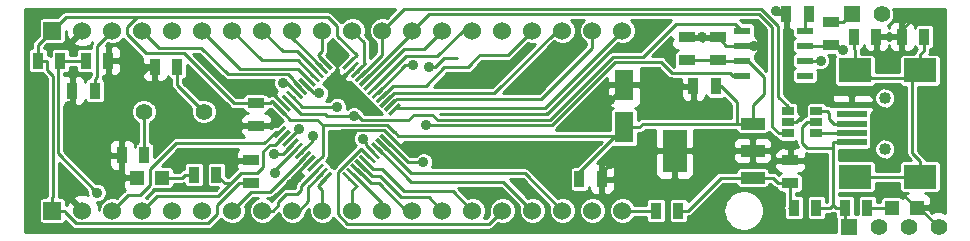
<source format=gtl>
G04 (created by PCBNEW (2013-07-07 BZR 4022)-stable) date 08/01/2015 19:31:04*
%MOIN*%
G04 Gerber Fmt 3.4, Leading zero omitted, Abs format*
%FSLAX34Y34*%
G01*
G70*
G90*
G04 APERTURE LIST*
%ADD10C,0.00590551*%
%ADD11R,0.06X0.06*%
%ADD12C,0.06*%
%ADD13R,0.035X0.055*%
%ADD14R,0.055X0.035*%
%ADD15C,0.056*%
%ADD16R,0.08X0.144*%
%ADD17R,0.08X0.04*%
%ADD18R,0.0393701X0.0275591*%
%ADD19R,0.1X0.02*%
%ADD20R,0.11X0.0787402*%
%ADD21C,0.04*%
%ADD22R,0.0472X0.0472*%
%ADD23R,0.063X0.1024*%
%ADD24R,0.0551X0.0236*%
%ADD25R,0.055X0.055*%
%ADD26C,0.055*%
%ADD27C,0.035*%
%ADD28C,0.01*%
G04 APERTURE END LIST*
G54D10*
G54D11*
X44200Y-38000D03*
G54D12*
X49200Y-38000D03*
X50200Y-38000D03*
X51200Y-38000D03*
X52200Y-38000D03*
X53200Y-38000D03*
X54200Y-38000D03*
X55200Y-38000D03*
X56200Y-38000D03*
X57200Y-38000D03*
X58200Y-38000D03*
X59200Y-38000D03*
X60200Y-38000D03*
X61200Y-38000D03*
X62200Y-38000D03*
X45200Y-38000D03*
X46200Y-38000D03*
X47200Y-38000D03*
X48200Y-38000D03*
X63200Y-38000D03*
G54D11*
X44200Y-32000D03*
G54D12*
X49200Y-32000D03*
X50200Y-32000D03*
X51200Y-32000D03*
X52200Y-32000D03*
X53200Y-32000D03*
X54200Y-32000D03*
X55200Y-32000D03*
X56200Y-32000D03*
X57200Y-32000D03*
X58200Y-32000D03*
X59200Y-32000D03*
X60200Y-32000D03*
X61200Y-32000D03*
X62200Y-32000D03*
X45200Y-32000D03*
X46200Y-32000D03*
X47200Y-32000D03*
X48200Y-32000D03*
X63200Y-32000D03*
G54D13*
X72525Y-32200D03*
X73275Y-32200D03*
X46525Y-36150D03*
X47275Y-36150D03*
X44475Y-33000D03*
X43725Y-33000D03*
X47625Y-33200D03*
X48375Y-33200D03*
X46075Y-33000D03*
X45325Y-33000D03*
G54D14*
X51000Y-34425D03*
X51000Y-35175D03*
G54D15*
X47250Y-34700D03*
X49250Y-34700D03*
G54D16*
X64950Y-36000D03*
G54D17*
X67550Y-36000D03*
X67550Y-35100D03*
X67550Y-36900D03*
G54D18*
X68727Y-34675D03*
X68727Y-35050D03*
X68727Y-35424D03*
X69672Y-35424D03*
X69672Y-35050D03*
X69672Y-34675D03*
G54D13*
X69675Y-37900D03*
X68925Y-37900D03*
X64325Y-38000D03*
X65075Y-38000D03*
X70625Y-37900D03*
X71375Y-37900D03*
G54D14*
X68800Y-37075D03*
X68800Y-36325D03*
G54D13*
X49675Y-36800D03*
X48925Y-36800D03*
X70925Y-32200D03*
X71675Y-32200D03*
X44875Y-34000D03*
X45625Y-34000D03*
G54D14*
X50836Y-37069D03*
X50836Y-36319D03*
G54D13*
X66325Y-33850D03*
X65575Y-33850D03*
X61775Y-36950D03*
X62525Y-36950D03*
G54D19*
X70850Y-35729D03*
X70850Y-35414D03*
X70850Y-35100D03*
X70850Y-34785D03*
X70850Y-34470D03*
G54D20*
X73131Y-36871D03*
X73131Y-33328D03*
X70965Y-36871D03*
X70965Y-33328D03*
G54D21*
X71950Y-35950D03*
X71950Y-34250D03*
G54D22*
X47863Y-36900D03*
X47037Y-36900D03*
X72187Y-37900D03*
X73013Y-37900D03*
G54D23*
X63264Y-35233D03*
X63264Y-33815D03*
G54D10*
G36*
X51988Y-35932D02*
X52350Y-35570D01*
X52433Y-35654D01*
X52071Y-36016D01*
X51988Y-35932D01*
X51988Y-35932D01*
G37*
G36*
X52127Y-36071D02*
X52489Y-35709D01*
X52572Y-35793D01*
X52210Y-36155D01*
X52127Y-36071D01*
X52127Y-36071D01*
G37*
G36*
X52266Y-36211D02*
X52628Y-35849D01*
X52712Y-35932D01*
X52350Y-36294D01*
X52266Y-36211D01*
X52266Y-36211D01*
G37*
G36*
X52405Y-36349D02*
X52767Y-35987D01*
X52850Y-36071D01*
X52488Y-36433D01*
X52405Y-36349D01*
X52405Y-36349D01*
G37*
G36*
X52544Y-36489D02*
X52906Y-36127D01*
X52990Y-36210D01*
X52628Y-36572D01*
X52544Y-36489D01*
X52544Y-36489D01*
G37*
G36*
X51570Y-35514D02*
X51932Y-35152D01*
X52015Y-35236D01*
X51653Y-35598D01*
X51570Y-35514D01*
X51570Y-35514D01*
G37*
G36*
X51709Y-35654D02*
X52071Y-35292D01*
X52154Y-35375D01*
X51792Y-35737D01*
X51709Y-35654D01*
X51709Y-35654D01*
G37*
G36*
X51848Y-35793D02*
X52210Y-35431D01*
X52294Y-35514D01*
X51932Y-35876D01*
X51848Y-35793D01*
X51848Y-35793D01*
G37*
G36*
X53852Y-36767D02*
X53936Y-36684D01*
X54298Y-37046D01*
X54214Y-37129D01*
X53852Y-36767D01*
X53852Y-36767D01*
G37*
G36*
X53992Y-36628D02*
X54075Y-36545D01*
X54437Y-36907D01*
X54354Y-36990D01*
X53992Y-36628D01*
X53992Y-36628D01*
G37*
G36*
X54131Y-36489D02*
X54214Y-36405D01*
X54576Y-36767D01*
X54493Y-36851D01*
X54131Y-36489D01*
X54131Y-36489D01*
G37*
G36*
X54270Y-36349D02*
X54354Y-36266D01*
X54716Y-36628D01*
X54632Y-36711D01*
X54270Y-36349D01*
X54270Y-36349D01*
G37*
G36*
X54409Y-36210D02*
X54493Y-36127D01*
X54855Y-36489D01*
X54771Y-36572D01*
X54409Y-36210D01*
X54409Y-36210D01*
G37*
G36*
X54549Y-36071D02*
X54632Y-35987D01*
X54994Y-36349D01*
X54911Y-36433D01*
X54549Y-36071D01*
X54549Y-36071D01*
G37*
G36*
X54687Y-35932D02*
X54771Y-35849D01*
X55133Y-36211D01*
X55049Y-36294D01*
X54687Y-35932D01*
X54687Y-35932D01*
G37*
G36*
X54827Y-35793D02*
X54910Y-35709D01*
X55272Y-36071D01*
X55189Y-36155D01*
X54827Y-35793D01*
X54827Y-35793D01*
G37*
G36*
X55384Y-34763D02*
X55746Y-34401D01*
X55829Y-34485D01*
X55467Y-34847D01*
X55384Y-34763D01*
X55384Y-34763D01*
G37*
G36*
X55245Y-34624D02*
X55607Y-34262D01*
X55690Y-34345D01*
X55328Y-34707D01*
X55245Y-34624D01*
X55245Y-34624D01*
G37*
G36*
X55105Y-34485D02*
X55467Y-34123D01*
X55551Y-34206D01*
X55189Y-34568D01*
X55105Y-34485D01*
X55105Y-34485D01*
G37*
G36*
X54966Y-34345D02*
X55328Y-33983D01*
X55411Y-34067D01*
X55049Y-34429D01*
X54966Y-34345D01*
X54966Y-34345D01*
G37*
G36*
X54827Y-34206D02*
X55189Y-33844D01*
X55272Y-33928D01*
X54910Y-34290D01*
X54827Y-34206D01*
X54827Y-34206D01*
G37*
G36*
X54687Y-34067D02*
X55049Y-33705D01*
X55133Y-33788D01*
X54771Y-34150D01*
X54687Y-34067D01*
X54687Y-34067D01*
G37*
G36*
X54549Y-33928D02*
X54911Y-33566D01*
X54994Y-33650D01*
X54632Y-34012D01*
X54549Y-33928D01*
X54549Y-33928D01*
G37*
G36*
X54409Y-33789D02*
X54771Y-33427D01*
X54855Y-33510D01*
X54493Y-33872D01*
X54409Y-33789D01*
X54409Y-33789D01*
G37*
G36*
X53101Y-32953D02*
X53185Y-32870D01*
X53547Y-33232D01*
X53463Y-33315D01*
X53101Y-32953D01*
X53101Y-32953D01*
G37*
G36*
X52962Y-33092D02*
X53045Y-33009D01*
X53407Y-33371D01*
X53324Y-33454D01*
X52962Y-33092D01*
X52962Y-33092D01*
G37*
G36*
X52823Y-33232D02*
X52906Y-33148D01*
X53268Y-33510D01*
X53185Y-33594D01*
X52823Y-33232D01*
X52823Y-33232D01*
G37*
G36*
X52683Y-33371D02*
X52767Y-33288D01*
X53129Y-33650D01*
X53045Y-33733D01*
X52683Y-33371D01*
X52683Y-33371D01*
G37*
G36*
X52544Y-33510D02*
X52628Y-33427D01*
X52990Y-33789D01*
X52906Y-33872D01*
X52544Y-33510D01*
X52544Y-33510D01*
G37*
G36*
X52405Y-33650D02*
X52488Y-33566D01*
X52850Y-33928D01*
X52767Y-34012D01*
X52405Y-33650D01*
X52405Y-33650D01*
G37*
G36*
X52266Y-33788D02*
X52350Y-33705D01*
X52712Y-34067D01*
X52628Y-34150D01*
X52266Y-33788D01*
X52266Y-33788D01*
G37*
G36*
X52127Y-33928D02*
X52210Y-33844D01*
X52572Y-34206D01*
X52489Y-34290D01*
X52127Y-33928D01*
X52127Y-33928D01*
G37*
G36*
X52683Y-36628D02*
X53045Y-36266D01*
X53129Y-36349D01*
X52767Y-36711D01*
X52683Y-36628D01*
X52683Y-36628D01*
G37*
G36*
X52823Y-36767D02*
X53185Y-36405D01*
X53268Y-36489D01*
X52906Y-36851D01*
X52823Y-36767D01*
X52823Y-36767D01*
G37*
G36*
X52962Y-36907D02*
X53324Y-36545D01*
X53407Y-36628D01*
X53045Y-36990D01*
X52962Y-36907D01*
X52962Y-36907D01*
G37*
G36*
X53101Y-37046D02*
X53463Y-36684D01*
X53547Y-36767D01*
X53185Y-37129D01*
X53101Y-37046D01*
X53101Y-37046D01*
G37*
G36*
X54966Y-35654D02*
X55049Y-35570D01*
X55411Y-35932D01*
X55328Y-36016D01*
X54966Y-35654D01*
X54966Y-35654D01*
G37*
G36*
X55105Y-35514D02*
X55189Y-35431D01*
X55551Y-35793D01*
X55467Y-35876D01*
X55105Y-35514D01*
X55105Y-35514D01*
G37*
G36*
X55245Y-35375D02*
X55328Y-35292D01*
X55690Y-35654D01*
X55607Y-35737D01*
X55245Y-35375D01*
X55245Y-35375D01*
G37*
G36*
X55384Y-35236D02*
X55467Y-35152D01*
X55829Y-35514D01*
X55746Y-35598D01*
X55384Y-35236D01*
X55384Y-35236D01*
G37*
G36*
X54270Y-33650D02*
X54632Y-33288D01*
X54716Y-33371D01*
X54354Y-33733D01*
X54270Y-33650D01*
X54270Y-33650D01*
G37*
G36*
X54131Y-33510D02*
X54493Y-33148D01*
X54576Y-33232D01*
X54214Y-33594D01*
X54131Y-33510D01*
X54131Y-33510D01*
G37*
G36*
X53992Y-33371D02*
X54354Y-33009D01*
X54437Y-33092D01*
X54075Y-33454D01*
X53992Y-33371D01*
X53992Y-33371D01*
G37*
G36*
X53852Y-33232D02*
X54214Y-32870D01*
X54298Y-32953D01*
X53936Y-33315D01*
X53852Y-33232D01*
X53852Y-33232D01*
G37*
G36*
X51988Y-34067D02*
X52071Y-33983D01*
X52433Y-34345D01*
X52350Y-34429D01*
X51988Y-34067D01*
X51988Y-34067D01*
G37*
G36*
X51848Y-34206D02*
X51932Y-34123D01*
X52294Y-34485D01*
X52210Y-34568D01*
X51848Y-34206D01*
X51848Y-34206D01*
G37*
G36*
X51709Y-34345D02*
X51792Y-34262D01*
X52154Y-34624D01*
X52071Y-34707D01*
X51709Y-34345D01*
X51709Y-34345D01*
G37*
G36*
X51570Y-34485D02*
X51653Y-34401D01*
X52015Y-34763D01*
X51932Y-34847D01*
X51570Y-34485D01*
X51570Y-34485D01*
G37*
G54D24*
X69300Y-32000D03*
X67200Y-32000D03*
X69300Y-32500D03*
X69300Y-33000D03*
X69300Y-33500D03*
X67200Y-32500D03*
X67200Y-33000D03*
X67200Y-33500D03*
G54D14*
X65350Y-32975D03*
X65350Y-32225D03*
X66400Y-32225D03*
X66400Y-32975D03*
G54D13*
X69425Y-31450D03*
X68675Y-31450D03*
G54D14*
X70150Y-31725D03*
X70150Y-32475D03*
G54D25*
X70750Y-38550D03*
G54D26*
X71750Y-38550D03*
X72750Y-38550D03*
X73750Y-38550D03*
G54D25*
X70850Y-31450D03*
G54D26*
X71850Y-31450D03*
G54D27*
X56750Y-33200D03*
X51900Y-33759D03*
X70560Y-32660D03*
X69810Y-33000D03*
X56650Y-35150D03*
X53698Y-34538D03*
X54250Y-34850D03*
X56225Y-33150D03*
X54550Y-35600D03*
X56575Y-36383D03*
X53108Y-34084D03*
X52432Y-35284D03*
X51587Y-36119D03*
X51637Y-36752D03*
X52896Y-35510D03*
X45700Y-37400D03*
X52175Y-37125D03*
X52950Y-38600D03*
X51750Y-38350D03*
X44750Y-34500D03*
X62800Y-36450D03*
X59660Y-33900D03*
X61620Y-32520D03*
X59330Y-33270D03*
X59430Y-35960D03*
X64950Y-34050D03*
X64670Y-32700D03*
X65850Y-32200D03*
X64200Y-31920D03*
X72980Y-31500D03*
X49990Y-34980D03*
X53620Y-35550D03*
X72020Y-33170D03*
X71870Y-37210D03*
X68320Y-31350D03*
X62800Y-34300D03*
X67600Y-32500D03*
X70100Y-34250D03*
X50200Y-36575D03*
X69575Y-36375D03*
X53750Y-33650D03*
X51450Y-33850D03*
X46800Y-33850D03*
X63800Y-36450D03*
X56200Y-35900D03*
G54D28*
X57700Y-32925D02*
X57250Y-32925D01*
X56975Y-33200D02*
X56750Y-33200D01*
X57250Y-32925D02*
X56975Y-33200D01*
X45625Y-34000D02*
X45625Y-33625D01*
X45700Y-32500D02*
X46200Y-32000D01*
X45700Y-33550D02*
X45700Y-32500D01*
X45625Y-33625D02*
X45700Y-33550D01*
X51900Y-33759D02*
X51900Y-33759D01*
X52042Y-33759D02*
X51900Y-33759D01*
X52350Y-34067D02*
X52042Y-33759D01*
X63264Y-35233D02*
X63766Y-35233D01*
X63900Y-35100D02*
X67550Y-35100D01*
X63766Y-35233D02*
X63900Y-35100D01*
X43725Y-33000D02*
X43725Y-32475D01*
X43725Y-32475D02*
X44200Y-32000D01*
X47037Y-31553D02*
X44646Y-31553D01*
X44646Y-31553D02*
X44200Y-32000D01*
X61775Y-36950D02*
X61775Y-36723D01*
X61775Y-36723D02*
X63264Y-35233D01*
X55607Y-35375D02*
X55615Y-35375D01*
X62998Y-35500D02*
X63264Y-35233D01*
X55740Y-35500D02*
X62998Y-35500D01*
X55615Y-35375D02*
X55740Y-35500D01*
X67550Y-35100D02*
X67550Y-34490D01*
X67550Y-34490D02*
X67940Y-34100D01*
X67940Y-34100D02*
X67940Y-33560D01*
X67940Y-33560D02*
X67380Y-33000D01*
X67380Y-33000D02*
X67200Y-33000D01*
X55607Y-35375D02*
X55595Y-35375D01*
X53211Y-35150D02*
X53217Y-35155D01*
X55370Y-35150D02*
X53211Y-35150D01*
X55595Y-35375D02*
X55370Y-35150D01*
X66400Y-32975D02*
X65350Y-32975D01*
X67200Y-33000D02*
X66425Y-33000D01*
X66425Y-33000D02*
X66400Y-32975D01*
X66325Y-33850D02*
X66477Y-33850D01*
X67550Y-35100D02*
X67019Y-35100D01*
X66477Y-33850D02*
X67019Y-34392D01*
X67019Y-34392D02*
X67019Y-35100D01*
X44030Y-33305D02*
X44030Y-33000D01*
X44239Y-33514D02*
X44030Y-33305D01*
X44239Y-37530D02*
X44239Y-33514D01*
X44200Y-37569D02*
X44239Y-37530D01*
X44200Y-38000D02*
X44200Y-37569D01*
X43725Y-33000D02*
X44030Y-33000D01*
X44630Y-38053D02*
X44630Y-38000D01*
X45006Y-38430D02*
X44630Y-38053D01*
X49389Y-38430D02*
X45006Y-38430D01*
X49700Y-38119D02*
X49389Y-38430D01*
X49700Y-37800D02*
X49700Y-38119D01*
X50431Y-37069D02*
X49700Y-37800D01*
X50836Y-37069D02*
X50431Y-37069D01*
X44200Y-38000D02*
X44630Y-38000D01*
X54075Y-33092D02*
X54348Y-32819D01*
X50251Y-34425D02*
X51000Y-34425D01*
X48592Y-32766D02*
X50251Y-34425D01*
X47339Y-32766D02*
X48592Y-32766D01*
X46700Y-32127D02*
X47339Y-32766D01*
X46700Y-31891D02*
X46700Y-32127D01*
X47037Y-31553D02*
X46700Y-31891D01*
X53397Y-31553D02*
X47037Y-31553D01*
X53700Y-31856D02*
X53397Y-31553D01*
X53700Y-32171D02*
X53700Y-31856D01*
X54348Y-32819D02*
X53700Y-32171D01*
X51446Y-34425D02*
X51000Y-34425D01*
X51519Y-34351D02*
X51446Y-34425D01*
X51656Y-34488D02*
X51519Y-34351D01*
X51656Y-34488D02*
X51792Y-34624D01*
X53034Y-34972D02*
X53217Y-35155D01*
X52140Y-34972D02*
X53034Y-34972D01*
X51792Y-34624D02*
X52140Y-34972D01*
X53217Y-36178D02*
X52906Y-36489D01*
X53217Y-35155D02*
X53217Y-36178D01*
X70625Y-37900D02*
X70625Y-38425D01*
X70625Y-38425D02*
X70750Y-38550D01*
X69672Y-35050D02*
X69350Y-35050D01*
X69350Y-35900D02*
X70219Y-35900D01*
X69200Y-35750D02*
X69350Y-35900D01*
X69200Y-35200D02*
X69200Y-35750D01*
X69350Y-35050D02*
X69200Y-35200D01*
X70850Y-35729D02*
X70219Y-35729D01*
X70625Y-37900D02*
X70319Y-37900D01*
X70119Y-37900D02*
X70219Y-37800D01*
X69675Y-37900D02*
X70119Y-37900D01*
X70219Y-35729D02*
X70219Y-35900D01*
X70219Y-35900D02*
X70219Y-37800D01*
X70219Y-37800D02*
X70319Y-37900D01*
X70375Y-32475D02*
X70150Y-32475D01*
X70560Y-32660D02*
X70375Y-32475D01*
X69300Y-32500D02*
X70125Y-32500D01*
X70125Y-32500D02*
X70150Y-32475D01*
X69300Y-33000D02*
X69810Y-33000D01*
X67200Y-33500D02*
X66900Y-33500D01*
X66900Y-33500D02*
X66800Y-33400D01*
X66800Y-33400D02*
X64850Y-33400D01*
X64850Y-33400D02*
X64500Y-33050D01*
X64500Y-33050D02*
X62950Y-33050D01*
X62950Y-33050D02*
X60850Y-35150D01*
X60850Y-35150D02*
X56650Y-35150D01*
X52542Y-34538D02*
X53698Y-34538D01*
X52210Y-34206D02*
X52542Y-34538D01*
X54250Y-34850D02*
X54400Y-34850D01*
X66970Y-31770D02*
X67200Y-32000D01*
X65000Y-31770D02*
X66970Y-31770D01*
X63880Y-32889D02*
X65000Y-31770D01*
X62883Y-32889D02*
X63880Y-32889D01*
X60783Y-34989D02*
X62883Y-32889D01*
X57059Y-34989D02*
X60783Y-34989D01*
X56870Y-34800D02*
X57059Y-34989D01*
X56260Y-34800D02*
X56870Y-34800D01*
X56070Y-34989D02*
X56260Y-34800D01*
X54540Y-34989D02*
X56070Y-34989D01*
X54400Y-34850D02*
X54540Y-34989D01*
X54250Y-34850D02*
X54000Y-34843D01*
X54000Y-34843D02*
X53374Y-34843D01*
X53374Y-34843D02*
X53302Y-34771D01*
X53302Y-34771D02*
X52497Y-34771D01*
X52071Y-34345D02*
X52497Y-34771D01*
X70850Y-35100D02*
X70250Y-35100D01*
X70025Y-34675D02*
X69672Y-34675D01*
X70100Y-34750D02*
X70025Y-34675D01*
X70100Y-34950D02*
X70100Y-34750D01*
X70250Y-35100D02*
X70100Y-34950D01*
X70850Y-35414D02*
X69681Y-35414D01*
X69681Y-35414D02*
X69672Y-35424D01*
X51200Y-38000D02*
X51550Y-38000D01*
X52562Y-37112D02*
X52772Y-36901D01*
X52772Y-36901D02*
X53045Y-36628D01*
X52500Y-37174D02*
X52562Y-37112D01*
X52500Y-37325D02*
X52500Y-37174D01*
X52375Y-37450D02*
X52500Y-37325D01*
X52000Y-37450D02*
X52375Y-37450D01*
X51725Y-37725D02*
X52000Y-37450D01*
X51725Y-37825D02*
X51725Y-37725D01*
X51550Y-38000D02*
X51725Y-37825D01*
X52726Y-37226D02*
X52726Y-37698D01*
X53185Y-36767D02*
X52726Y-37226D01*
X52425Y-38000D02*
X52200Y-38000D01*
X52726Y-37698D02*
X52425Y-38000D01*
X56580Y-32619D02*
X57200Y-32000D01*
X55941Y-32619D02*
X56580Y-32619D01*
X54772Y-33789D02*
X55941Y-32619D01*
X65350Y-31450D02*
X67773Y-31450D01*
X68200Y-31876D02*
X68200Y-34300D01*
X67773Y-31450D02*
X68200Y-31876D01*
X68727Y-35424D02*
X68424Y-35424D01*
X56750Y-31450D02*
X56200Y-32000D01*
X65350Y-31450D02*
X56750Y-31450D01*
X68200Y-35200D02*
X68200Y-34300D01*
X68424Y-35424D02*
X68200Y-35200D01*
X56200Y-32082D02*
X56200Y-32000D01*
X54632Y-33650D02*
X56200Y-32082D01*
X65469Y-31269D02*
X67819Y-31269D01*
X68400Y-31850D02*
X68400Y-34200D01*
X67819Y-31269D02*
X68400Y-31850D01*
X68727Y-34675D02*
X68727Y-34527D01*
X68727Y-34527D02*
X68400Y-34200D01*
X55930Y-31269D02*
X55200Y-32000D01*
X65469Y-31269D02*
X55930Y-31269D01*
X55200Y-32804D02*
X55200Y-32000D01*
X54493Y-33510D02*
X55200Y-32804D01*
X54592Y-32392D02*
X54200Y-32000D01*
X54592Y-33064D02*
X54592Y-32392D01*
X54627Y-33098D02*
X54592Y-33064D01*
X54354Y-33371D02*
X54627Y-33098D01*
X53200Y-32671D02*
X53200Y-32000D01*
X53051Y-32819D02*
X53200Y-32671D01*
X53324Y-33092D02*
X53051Y-32819D01*
X52200Y-32247D02*
X52200Y-32000D01*
X53185Y-33232D02*
X52200Y-32247D01*
X53200Y-37328D02*
X53200Y-38000D01*
X53051Y-37180D02*
X53200Y-37328D01*
X53324Y-36907D02*
X53051Y-37180D01*
X54200Y-37328D02*
X54200Y-38000D01*
X54348Y-37180D02*
X54200Y-37328D01*
X54075Y-36907D02*
X54348Y-37180D01*
X55200Y-37752D02*
X55200Y-38000D01*
X54214Y-36767D02*
X55200Y-37752D01*
X56004Y-38000D02*
X56200Y-38000D01*
X55088Y-37083D02*
X56004Y-38000D01*
X54809Y-37083D02*
X55088Y-37083D01*
X54354Y-36628D02*
X54809Y-37083D01*
X54851Y-36847D02*
X54493Y-36489D01*
X55129Y-36847D02*
X54851Y-36847D01*
X55842Y-37559D02*
X55129Y-36847D01*
X56759Y-37559D02*
X55842Y-37559D01*
X57200Y-38000D02*
X56759Y-37559D01*
X57563Y-37363D02*
X58200Y-38000D01*
X55925Y-37363D02*
X57563Y-37363D01*
X55184Y-36622D02*
X55925Y-37363D01*
X54905Y-36622D02*
X55184Y-36622D01*
X54632Y-36349D02*
X54905Y-36622D01*
X55057Y-34067D02*
X55975Y-33150D01*
X55975Y-33150D02*
X56225Y-33150D01*
X55049Y-34067D02*
X55057Y-34067D01*
X55999Y-32838D02*
X57041Y-32838D01*
X57880Y-32000D02*
X58200Y-32000D01*
X57041Y-32838D02*
X57880Y-32000D01*
X54910Y-33927D02*
X55999Y-32838D01*
X58756Y-38443D02*
X59200Y-38000D01*
X54034Y-38443D02*
X58756Y-38443D01*
X53720Y-38128D02*
X54034Y-38443D01*
X53720Y-36716D02*
X53720Y-38128D01*
X54498Y-35937D02*
X53720Y-36716D01*
X54772Y-36210D02*
X54498Y-35937D01*
X54650Y-35811D02*
X54910Y-36071D01*
X54650Y-35700D02*
X54650Y-35811D01*
X54550Y-35600D02*
X54650Y-35700D01*
X59963Y-36763D02*
X61200Y-38000D01*
X56159Y-36763D02*
X59963Y-36763D01*
X55462Y-36066D02*
X56159Y-36763D01*
X55189Y-35793D02*
X55462Y-36066D01*
X56058Y-36383D02*
X56575Y-36383D01*
X55328Y-35654D02*
X56058Y-36383D01*
X55654Y-34577D02*
X55607Y-34624D01*
X60622Y-34577D02*
X55654Y-34577D01*
X63200Y-32000D02*
X60622Y-34577D01*
X62200Y-32579D02*
X62200Y-32000D01*
X60507Y-34271D02*
X62200Y-32579D01*
X55681Y-34271D02*
X60507Y-34271D01*
X55467Y-34485D02*
X55681Y-34271D01*
X61010Y-32000D02*
X61200Y-32000D01*
X58937Y-34072D02*
X61010Y-32000D01*
X55601Y-34072D02*
X58937Y-34072D01*
X55601Y-34072D02*
X55601Y-34072D01*
X55328Y-34345D02*
X55601Y-34072D01*
X58057Y-33230D02*
X57269Y-33230D01*
X60200Y-32000D02*
X59399Y-32800D01*
X59399Y-32800D02*
X58443Y-32800D01*
X58443Y-32800D02*
X58188Y-33055D01*
X58188Y-33055D02*
X58188Y-33098D01*
X58188Y-33098D02*
X58057Y-33230D01*
X55545Y-33850D02*
X55189Y-34206D01*
X56650Y-33850D02*
X55545Y-33850D01*
X57269Y-33230D02*
X56650Y-33850D01*
X56158Y-37040D02*
X55049Y-35932D01*
X59240Y-37040D02*
X56158Y-37040D01*
X60200Y-38000D02*
X59240Y-37040D01*
X51879Y-32679D02*
X51200Y-32000D01*
X52353Y-32679D02*
X51879Y-32679D01*
X53045Y-33371D02*
X52353Y-32679D01*
X51181Y-32981D02*
X50200Y-32000D01*
X52377Y-32981D02*
X51181Y-32981D01*
X52906Y-33510D02*
X52377Y-32981D01*
X50470Y-33270D02*
X49200Y-32000D01*
X52387Y-33270D02*
X50470Y-33270D01*
X52767Y-33650D02*
X52387Y-33270D01*
X52923Y-34084D02*
X53108Y-34084D01*
X52627Y-33789D02*
X52923Y-34084D01*
X47771Y-32571D02*
X47200Y-32000D01*
X49175Y-32571D02*
X47771Y-32571D01*
X50057Y-33454D02*
X49175Y-32571D01*
X52048Y-33454D02*
X50057Y-33454D01*
X52216Y-33622D02*
X52048Y-33454D01*
X52216Y-33655D02*
X52216Y-33622D01*
X52489Y-33927D02*
X52216Y-33655D01*
X50148Y-37098D02*
X49973Y-37098D01*
X49973Y-37098D02*
X49675Y-36800D01*
X47696Y-37503D02*
X47200Y-38000D01*
X49742Y-37503D02*
X47696Y-37503D01*
X50481Y-36764D02*
X50148Y-37098D01*
X50148Y-37098D02*
X49742Y-37503D01*
X51031Y-36764D02*
X50481Y-36764D01*
X51242Y-36553D02*
X51031Y-36764D01*
X51242Y-36032D02*
X51242Y-36553D01*
X51461Y-35814D02*
X51242Y-36032D01*
X51632Y-35814D02*
X51461Y-35814D01*
X51932Y-35514D02*
X51632Y-35814D01*
X52432Y-35293D02*
X52432Y-35284D01*
X52071Y-35654D02*
X52432Y-35293D01*
X51884Y-36119D02*
X51587Y-36119D01*
X52210Y-35793D02*
X51884Y-36119D01*
X51637Y-36645D02*
X52350Y-35932D01*
X51637Y-36645D02*
X51637Y-36752D01*
X47250Y-35719D02*
X47275Y-35744D01*
X47250Y-34700D02*
X47250Y-35719D01*
X47275Y-36150D02*
X47275Y-35744D01*
X48375Y-33825D02*
X49250Y-34700D01*
X48375Y-33200D02*
X48375Y-33825D01*
X52896Y-35664D02*
X52896Y-35510D01*
X52489Y-36072D02*
X52896Y-35664D01*
X44399Y-33075D02*
X44475Y-33000D01*
X44399Y-36099D02*
X44399Y-33075D01*
X45700Y-37400D02*
X44399Y-36099D01*
X45325Y-33000D02*
X44475Y-33000D01*
X50825Y-37374D02*
X50200Y-38000D01*
X51463Y-37374D02*
X50825Y-37374D01*
X52627Y-36210D02*
X51463Y-37374D01*
X46721Y-37478D02*
X46200Y-38000D01*
X47140Y-37478D02*
X46721Y-37478D01*
X47466Y-37152D02*
X47140Y-37478D01*
X47466Y-36616D02*
X47466Y-37152D01*
X48319Y-35763D02*
X47466Y-36616D01*
X51257Y-35763D02*
X48319Y-35763D01*
X51645Y-35375D02*
X51257Y-35763D01*
X51792Y-35375D02*
X51645Y-35375D01*
X63200Y-38000D02*
X64325Y-38000D01*
X52767Y-36357D02*
X52175Y-36950D01*
X52175Y-36950D02*
X52175Y-37125D01*
X52767Y-36349D02*
X52767Y-36357D01*
X52000Y-38600D02*
X52950Y-38600D01*
X51750Y-38350D02*
X52000Y-38600D01*
X44875Y-34000D02*
X44875Y-34375D01*
X44875Y-34375D02*
X44750Y-34500D01*
X62525Y-36950D02*
X62525Y-36725D01*
X62525Y-36725D02*
X62800Y-36450D01*
X65150Y-33850D02*
X64950Y-34050D01*
X65575Y-33850D02*
X65150Y-33850D01*
X64670Y-32700D02*
X64670Y-32690D01*
X72525Y-32200D02*
X72525Y-31955D01*
X72525Y-31955D02*
X72980Y-31500D01*
X51000Y-35175D02*
X50185Y-35175D01*
X50185Y-35175D02*
X49990Y-34980D01*
X55467Y-35507D02*
X55270Y-35310D01*
X55270Y-35310D02*
X53859Y-35310D01*
X53620Y-35550D02*
X53859Y-35310D01*
X55467Y-35507D02*
X55467Y-35514D01*
X68675Y-31450D02*
X68675Y-31685D01*
X68720Y-31730D02*
X68720Y-32180D01*
X68675Y-31685D02*
X68720Y-31730D01*
X71675Y-32200D02*
X71675Y-32825D01*
X71675Y-32825D02*
X72020Y-33170D01*
X73013Y-37900D02*
X73000Y-37900D01*
X72120Y-37460D02*
X71870Y-37210D01*
X72560Y-37460D02*
X72120Y-37460D01*
X73000Y-37900D02*
X72560Y-37460D01*
X73013Y-37900D02*
X73100Y-37900D01*
X73100Y-37900D02*
X73750Y-38550D01*
X68675Y-31450D02*
X68420Y-31450D01*
X68420Y-31450D02*
X68320Y-31350D01*
X63264Y-33815D02*
X63264Y-33835D01*
X63264Y-33835D02*
X62800Y-34300D01*
X67200Y-32500D02*
X66675Y-32500D01*
X66675Y-32500D02*
X66400Y-32225D01*
X66400Y-32225D02*
X65875Y-32225D01*
X65875Y-32225D02*
X65850Y-32200D01*
X65825Y-32225D02*
X65350Y-32225D01*
X65825Y-32225D02*
X65850Y-32200D01*
X67200Y-32500D02*
X67600Y-32500D01*
X70850Y-34470D02*
X70320Y-34470D01*
X69000Y-35050D02*
X68727Y-35050D01*
X69200Y-34850D02*
X69000Y-35050D01*
X69200Y-34450D02*
X69200Y-34850D01*
X69400Y-34250D02*
X69200Y-34450D01*
X70100Y-34250D02*
X69400Y-34250D01*
X70320Y-34470D02*
X70100Y-34250D01*
X50836Y-36319D02*
X50455Y-36319D01*
X50455Y-36319D02*
X50200Y-36575D01*
X68800Y-36325D02*
X69525Y-36325D01*
X69525Y-36325D02*
X69575Y-36375D01*
X54214Y-33232D02*
X54214Y-33235D01*
X53800Y-33650D02*
X53750Y-33650D01*
X54214Y-33235D02*
X53800Y-33650D01*
X51932Y-34485D02*
X51932Y-34482D01*
X51450Y-34000D02*
X51450Y-33850D01*
X51932Y-34482D02*
X51450Y-34000D01*
X47625Y-33200D02*
X47450Y-33200D01*
X47450Y-33200D02*
X46800Y-33850D01*
X64250Y-36000D02*
X63800Y-36450D01*
X64950Y-36000D02*
X64250Y-36000D01*
X55467Y-35517D02*
X55850Y-35900D01*
X55850Y-35900D02*
X56200Y-35900D01*
X55467Y-35517D02*
X55467Y-35514D01*
X72525Y-32200D02*
X71675Y-32200D01*
X68925Y-37900D02*
X68772Y-37900D01*
X68800Y-37872D02*
X68800Y-37075D01*
X68772Y-37900D02*
X68800Y-37872D01*
X68219Y-36900D02*
X68394Y-37075D01*
X67550Y-36900D02*
X68219Y-36900D01*
X68800Y-37075D02*
X68394Y-37075D01*
X66480Y-36900D02*
X67550Y-36900D01*
X65380Y-38000D02*
X66480Y-36900D01*
X65075Y-38000D02*
X65380Y-38000D01*
X48519Y-36900D02*
X48619Y-36800D01*
X47862Y-36900D02*
X48519Y-36900D01*
X48925Y-36800D02*
X48619Y-36800D01*
X72187Y-37900D02*
X71375Y-37900D01*
X70965Y-36871D02*
X73131Y-36871D01*
X70925Y-32200D02*
X70925Y-32605D01*
X70965Y-32645D02*
X70925Y-32605D01*
X70965Y-32804D02*
X70965Y-32645D01*
X70965Y-33328D02*
X70965Y-33066D01*
X70965Y-33066D02*
X70965Y-32804D01*
X73275Y-32660D02*
X73275Y-32200D01*
X73131Y-32804D02*
X73275Y-32660D01*
X73131Y-33328D02*
X73131Y-32804D01*
X73131Y-36871D02*
X73131Y-36347D01*
X72869Y-36085D02*
X73131Y-36347D01*
X72869Y-33590D02*
X72869Y-36085D01*
X71489Y-33590D02*
X72869Y-33590D01*
X70965Y-33066D02*
X71489Y-33590D01*
X72869Y-33590D02*
X73131Y-33328D01*
X70150Y-31725D02*
X70575Y-31725D01*
X70575Y-31725D02*
X70850Y-31450D01*
X69300Y-32000D02*
X69300Y-31575D01*
X69300Y-31575D02*
X69425Y-31450D01*
G54D10*
G36*
X45381Y-37480D02*
X45281Y-37445D01*
X45063Y-37456D01*
X44912Y-37518D01*
X44884Y-37614D01*
X45200Y-37929D01*
X45205Y-37923D01*
X45276Y-37994D01*
X45270Y-38000D01*
X45276Y-38005D01*
X45205Y-38076D01*
X45200Y-38070D01*
X45194Y-38076D01*
X45123Y-38005D01*
X45129Y-38000D01*
X44814Y-37684D01*
X44718Y-37712D01*
X44683Y-37810D01*
X44650Y-37803D01*
X44650Y-37670D01*
X44627Y-37615D01*
X44585Y-37572D01*
X44529Y-37550D01*
X44470Y-37549D01*
X44435Y-37549D01*
X44439Y-37530D01*
X44439Y-37530D01*
X44439Y-36422D01*
X45375Y-37357D01*
X45374Y-37464D01*
X45381Y-37480D01*
X45381Y-37480D01*
G37*
G54D28*
X45381Y-37480D02*
X45281Y-37445D01*
X45063Y-37456D01*
X44912Y-37518D01*
X44884Y-37614D01*
X45200Y-37929D01*
X45205Y-37923D01*
X45276Y-37994D01*
X45270Y-38000D01*
X45276Y-38005D01*
X45205Y-38076D01*
X45200Y-38070D01*
X45194Y-38076D01*
X45123Y-38005D01*
X45129Y-38000D01*
X44814Y-37684D01*
X44718Y-37712D01*
X44683Y-37810D01*
X44650Y-37803D01*
X44650Y-37670D01*
X44627Y-37615D01*
X44585Y-37572D01*
X44529Y-37550D01*
X44470Y-37549D01*
X44435Y-37549D01*
X44439Y-37530D01*
X44439Y-37530D01*
X44439Y-36422D01*
X45375Y-37357D01*
X45374Y-37464D01*
X45381Y-37480D01*
G54D10*
G36*
X45530Y-32400D02*
X45515Y-32423D01*
X45515Y-32423D01*
X45500Y-32500D01*
X45500Y-32574D01*
X45470Y-32574D01*
X45120Y-32574D01*
X45065Y-32597D01*
X45022Y-32639D01*
X45000Y-32695D01*
X44999Y-32754D01*
X44999Y-32800D01*
X44800Y-32800D01*
X44800Y-32695D01*
X44777Y-32640D01*
X44735Y-32597D01*
X44679Y-32575D01*
X44620Y-32574D01*
X44270Y-32574D01*
X44215Y-32597D01*
X44172Y-32639D01*
X44150Y-32695D01*
X44149Y-32754D01*
X44149Y-32844D01*
X44106Y-32815D01*
X44050Y-32803D01*
X44050Y-32695D01*
X44027Y-32640D01*
X43985Y-32597D01*
X43929Y-32575D01*
X43925Y-32575D01*
X43925Y-32557D01*
X44032Y-32450D01*
X44529Y-32450D01*
X44584Y-32427D01*
X44627Y-32385D01*
X44649Y-32329D01*
X44650Y-32270D01*
X44650Y-32014D01*
X44656Y-32136D01*
X44718Y-32287D01*
X44814Y-32315D01*
X45129Y-32000D01*
X45123Y-31994D01*
X45194Y-31923D01*
X45200Y-31929D01*
X45205Y-31923D01*
X45276Y-31994D01*
X45270Y-32000D01*
X45276Y-32005D01*
X45205Y-32076D01*
X45200Y-32070D01*
X44884Y-32385D01*
X44912Y-32481D01*
X45118Y-32554D01*
X45336Y-32543D01*
X45487Y-32481D01*
X45515Y-32385D01*
X45515Y-32385D01*
X45530Y-32400D01*
X45530Y-32400D01*
G37*
G54D28*
X45530Y-32400D02*
X45515Y-32423D01*
X45515Y-32423D01*
X45500Y-32500D01*
X45500Y-32574D01*
X45470Y-32574D01*
X45120Y-32574D01*
X45065Y-32597D01*
X45022Y-32639D01*
X45000Y-32695D01*
X44999Y-32754D01*
X44999Y-32800D01*
X44800Y-32800D01*
X44800Y-32695D01*
X44777Y-32640D01*
X44735Y-32597D01*
X44679Y-32575D01*
X44620Y-32574D01*
X44270Y-32574D01*
X44215Y-32597D01*
X44172Y-32639D01*
X44150Y-32695D01*
X44149Y-32754D01*
X44149Y-32844D01*
X44106Y-32815D01*
X44050Y-32803D01*
X44050Y-32695D01*
X44027Y-32640D01*
X43985Y-32597D01*
X43929Y-32575D01*
X43925Y-32575D01*
X43925Y-32557D01*
X44032Y-32450D01*
X44529Y-32450D01*
X44584Y-32427D01*
X44627Y-32385D01*
X44649Y-32329D01*
X44650Y-32270D01*
X44650Y-32014D01*
X44656Y-32136D01*
X44718Y-32287D01*
X44814Y-32315D01*
X45129Y-32000D01*
X45123Y-31994D01*
X45194Y-31923D01*
X45200Y-31929D01*
X45205Y-31923D01*
X45276Y-31994D01*
X45270Y-32000D01*
X45276Y-32005D01*
X45205Y-32076D01*
X45200Y-32070D01*
X44884Y-32385D01*
X44912Y-32481D01*
X45118Y-32554D01*
X45336Y-32543D01*
X45487Y-32481D01*
X45515Y-32385D01*
X45515Y-32385D01*
X45530Y-32400D01*
G54D10*
G36*
X50894Y-36369D02*
X50886Y-36369D01*
X50886Y-36377D01*
X50786Y-36377D01*
X50786Y-36369D01*
X50374Y-36369D01*
X50311Y-36431D01*
X50311Y-36543D01*
X50343Y-36620D01*
X50340Y-36622D01*
X50065Y-36898D01*
X50055Y-36898D01*
X50000Y-36842D01*
X50000Y-36495D01*
X49977Y-36440D01*
X49935Y-36397D01*
X49879Y-36375D01*
X49820Y-36374D01*
X49470Y-36374D01*
X49415Y-36397D01*
X49372Y-36439D01*
X49350Y-36495D01*
X49349Y-36554D01*
X49349Y-37104D01*
X49372Y-37159D01*
X49414Y-37202D01*
X49470Y-37224D01*
X49529Y-37225D01*
X49738Y-37225D01*
X49659Y-37303D01*
X47696Y-37303D01*
X47619Y-37319D01*
X47554Y-37362D01*
X47344Y-37572D01*
X47333Y-37568D01*
X47608Y-37293D01*
X47613Y-37285D01*
X47656Y-37286D01*
X48128Y-37286D01*
X48183Y-37263D01*
X48226Y-37221D01*
X48248Y-37165D01*
X48249Y-37106D01*
X48249Y-37100D01*
X48519Y-37100D01*
X48596Y-37084D01*
X48599Y-37082D01*
X48599Y-37104D01*
X48622Y-37159D01*
X48664Y-37202D01*
X48720Y-37224D01*
X48779Y-37225D01*
X49129Y-37225D01*
X49184Y-37202D01*
X49227Y-37160D01*
X49249Y-37104D01*
X49250Y-37045D01*
X49250Y-36495D01*
X49227Y-36440D01*
X49185Y-36397D01*
X49129Y-36375D01*
X49070Y-36374D01*
X48720Y-36374D01*
X48665Y-36397D01*
X48622Y-36439D01*
X48600Y-36495D01*
X48599Y-36554D01*
X48599Y-36603D01*
X48556Y-36612D01*
X48543Y-36615D01*
X48478Y-36658D01*
X48437Y-36700D01*
X48249Y-36700D01*
X48249Y-36634D01*
X48226Y-36579D01*
X48184Y-36536D01*
X48128Y-36514D01*
X48069Y-36513D01*
X47851Y-36513D01*
X48402Y-35963D01*
X50388Y-35963D01*
X50349Y-36003D01*
X50311Y-36094D01*
X50311Y-36206D01*
X50374Y-36269D01*
X50786Y-36269D01*
X50786Y-36261D01*
X50886Y-36261D01*
X50886Y-36269D01*
X50894Y-36269D01*
X50894Y-36369D01*
X50894Y-36369D01*
G37*
G54D28*
X50894Y-36369D02*
X50886Y-36369D01*
X50886Y-36377D01*
X50786Y-36377D01*
X50786Y-36369D01*
X50374Y-36369D01*
X50311Y-36431D01*
X50311Y-36543D01*
X50343Y-36620D01*
X50340Y-36622D01*
X50065Y-36898D01*
X50055Y-36898D01*
X50000Y-36842D01*
X50000Y-36495D01*
X49977Y-36440D01*
X49935Y-36397D01*
X49879Y-36375D01*
X49820Y-36374D01*
X49470Y-36374D01*
X49415Y-36397D01*
X49372Y-36439D01*
X49350Y-36495D01*
X49349Y-36554D01*
X49349Y-37104D01*
X49372Y-37159D01*
X49414Y-37202D01*
X49470Y-37224D01*
X49529Y-37225D01*
X49738Y-37225D01*
X49659Y-37303D01*
X47696Y-37303D01*
X47619Y-37319D01*
X47554Y-37362D01*
X47344Y-37572D01*
X47333Y-37568D01*
X47608Y-37293D01*
X47613Y-37285D01*
X47656Y-37286D01*
X48128Y-37286D01*
X48183Y-37263D01*
X48226Y-37221D01*
X48248Y-37165D01*
X48249Y-37106D01*
X48249Y-37100D01*
X48519Y-37100D01*
X48596Y-37084D01*
X48599Y-37082D01*
X48599Y-37104D01*
X48622Y-37159D01*
X48664Y-37202D01*
X48720Y-37224D01*
X48779Y-37225D01*
X49129Y-37225D01*
X49184Y-37202D01*
X49227Y-37160D01*
X49249Y-37104D01*
X49250Y-37045D01*
X49250Y-36495D01*
X49227Y-36440D01*
X49185Y-36397D01*
X49129Y-36375D01*
X49070Y-36374D01*
X48720Y-36374D01*
X48665Y-36397D01*
X48622Y-36439D01*
X48600Y-36495D01*
X48599Y-36554D01*
X48599Y-36603D01*
X48556Y-36612D01*
X48543Y-36615D01*
X48478Y-36658D01*
X48437Y-36700D01*
X48249Y-36700D01*
X48249Y-36634D01*
X48226Y-36579D01*
X48184Y-36536D01*
X48128Y-36514D01*
X48069Y-36513D01*
X47851Y-36513D01*
X48402Y-35963D01*
X50388Y-35963D01*
X50349Y-36003D01*
X50311Y-36094D01*
X50311Y-36206D01*
X50374Y-36269D01*
X50786Y-36269D01*
X50786Y-36261D01*
X50886Y-36261D01*
X50886Y-36269D01*
X50894Y-36269D01*
X50894Y-36369D01*
G54D10*
G36*
X51708Y-34026D02*
X51651Y-34050D01*
X51639Y-34062D01*
X51639Y-34150D01*
X51698Y-34210D01*
X51698Y-34236D01*
X51706Y-34255D01*
X51661Y-34210D01*
X51596Y-34166D01*
X51545Y-34156D01*
X51545Y-34156D01*
X51545Y-34156D01*
X51519Y-34151D01*
X51443Y-34166D01*
X51421Y-34181D01*
X51411Y-34187D01*
X51402Y-34165D01*
X51360Y-34122D01*
X51304Y-34100D01*
X51245Y-34099D01*
X50695Y-34099D01*
X50640Y-34122D01*
X50597Y-34164D01*
X50575Y-34220D01*
X50575Y-34225D01*
X50334Y-34225D01*
X48880Y-32771D01*
X49092Y-32771D01*
X49915Y-33595D01*
X49980Y-33638D01*
X50057Y-33654D01*
X51592Y-33654D01*
X51575Y-33694D01*
X51575Y-33823D01*
X51624Y-33943D01*
X51708Y-34026D01*
X51708Y-34026D01*
G37*
G54D28*
X51708Y-34026D02*
X51651Y-34050D01*
X51639Y-34062D01*
X51639Y-34150D01*
X51698Y-34210D01*
X51698Y-34236D01*
X51706Y-34255D01*
X51661Y-34210D01*
X51596Y-34166D01*
X51545Y-34156D01*
X51545Y-34156D01*
X51545Y-34156D01*
X51519Y-34151D01*
X51443Y-34166D01*
X51421Y-34181D01*
X51411Y-34187D01*
X51402Y-34165D01*
X51360Y-34122D01*
X51304Y-34100D01*
X51245Y-34099D01*
X50695Y-34099D01*
X50640Y-34122D01*
X50597Y-34164D01*
X50575Y-34220D01*
X50575Y-34225D01*
X50334Y-34225D01*
X48880Y-32771D01*
X49092Y-32771D01*
X49915Y-33595D01*
X49980Y-33638D01*
X50057Y-33654D01*
X51592Y-33654D01*
X51575Y-33694D01*
X51575Y-33823D01*
X51624Y-33943D01*
X51708Y-34026D01*
G54D10*
G36*
X51892Y-35006D02*
X51847Y-35025D01*
X51805Y-35067D01*
X51697Y-35175D01*
X51645Y-35175D01*
X51568Y-35190D01*
X51547Y-35205D01*
X51504Y-35234D01*
X51487Y-35250D01*
X51462Y-35225D01*
X51050Y-35225D01*
X51050Y-35232D01*
X50950Y-35232D01*
X50950Y-35225D01*
X50537Y-35225D01*
X50475Y-35287D01*
X50474Y-35399D01*
X50512Y-35491D01*
X50583Y-35561D01*
X50587Y-35563D01*
X48319Y-35563D01*
X48242Y-35579D01*
X48177Y-35622D01*
X47600Y-36200D01*
X47600Y-35845D01*
X47577Y-35790D01*
X47535Y-35747D01*
X47479Y-35725D01*
X47471Y-35725D01*
X47459Y-35668D01*
X47459Y-35668D01*
X47450Y-35653D01*
X47450Y-35653D01*
X47450Y-35082D01*
X47493Y-35064D01*
X47614Y-34943D01*
X47679Y-34785D01*
X47680Y-34614D01*
X47614Y-34456D01*
X47575Y-34416D01*
X47575Y-33662D01*
X47575Y-33250D01*
X47262Y-33250D01*
X47200Y-33312D01*
X47199Y-33425D01*
X47200Y-33524D01*
X47238Y-33616D01*
X47308Y-33687D01*
X47400Y-33725D01*
X47512Y-33725D01*
X47575Y-33662D01*
X47575Y-34416D01*
X47493Y-34335D01*
X47335Y-34270D01*
X47164Y-34269D01*
X47006Y-34335D01*
X46885Y-34456D01*
X46820Y-34614D01*
X46819Y-34785D01*
X46885Y-34943D01*
X47006Y-35064D01*
X47050Y-35082D01*
X47050Y-35719D01*
X47052Y-35732D01*
X47015Y-35747D01*
X46972Y-35789D01*
X46950Y-35845D01*
X46949Y-35874D01*
X46949Y-35825D01*
X46911Y-35733D01*
X46841Y-35662D01*
X46749Y-35624D01*
X46637Y-35625D01*
X46575Y-35687D01*
X46575Y-36100D01*
X46582Y-36100D01*
X46582Y-36200D01*
X46575Y-36200D01*
X46575Y-36556D01*
X46551Y-36614D01*
X46550Y-36713D01*
X46551Y-36787D01*
X46613Y-36850D01*
X46987Y-36850D01*
X46987Y-36842D01*
X47087Y-36842D01*
X47087Y-36850D01*
X47094Y-36850D01*
X47094Y-36950D01*
X47087Y-36950D01*
X47087Y-36957D01*
X46987Y-36957D01*
X46987Y-36950D01*
X46613Y-36950D01*
X46551Y-37012D01*
X46550Y-37086D01*
X46551Y-37185D01*
X46589Y-37277D01*
X46621Y-37309D01*
X46580Y-37337D01*
X46500Y-37417D01*
X46500Y-33225D01*
X46500Y-32774D01*
X46499Y-32675D01*
X46461Y-32583D01*
X46391Y-32512D01*
X46299Y-32474D01*
X46187Y-32475D01*
X46125Y-32537D01*
X46125Y-32950D01*
X46437Y-32950D01*
X46500Y-32887D01*
X46500Y-32774D01*
X46500Y-33225D01*
X46500Y-33112D01*
X46437Y-33050D01*
X46125Y-33050D01*
X46125Y-33462D01*
X46187Y-33525D01*
X46299Y-33525D01*
X46391Y-33487D01*
X46461Y-33416D01*
X46499Y-33324D01*
X46500Y-33225D01*
X46500Y-37417D01*
X46475Y-37442D01*
X46475Y-36612D01*
X46475Y-36200D01*
X46475Y-36100D01*
X46475Y-35687D01*
X46412Y-35625D01*
X46300Y-35624D01*
X46208Y-35662D01*
X46138Y-35733D01*
X46100Y-35825D01*
X46099Y-35924D01*
X46100Y-36037D01*
X46162Y-36100D01*
X46475Y-36100D01*
X46475Y-36200D01*
X46162Y-36200D01*
X46100Y-36262D01*
X46099Y-36375D01*
X46100Y-36474D01*
X46138Y-36566D01*
X46208Y-36637D01*
X46300Y-36675D01*
X46412Y-36675D01*
X46475Y-36612D01*
X46475Y-37442D01*
X46344Y-37572D01*
X46289Y-37550D01*
X46110Y-37549D01*
X45945Y-37618D01*
X45818Y-37744D01*
X45750Y-37910D01*
X45750Y-37986D01*
X45743Y-37863D01*
X45686Y-37724D01*
X45764Y-37725D01*
X45883Y-37675D01*
X45975Y-37584D01*
X46024Y-37464D01*
X46025Y-37335D01*
X45975Y-37216D01*
X45884Y-37124D01*
X45764Y-37075D01*
X45657Y-37074D01*
X44599Y-36016D01*
X44599Y-34504D01*
X44650Y-34525D01*
X44762Y-34525D01*
X44825Y-34462D01*
X44825Y-34050D01*
X44817Y-34050D01*
X44817Y-33950D01*
X44825Y-33950D01*
X44825Y-33537D01*
X44762Y-33475D01*
X44650Y-33474D01*
X44599Y-33495D01*
X44599Y-33425D01*
X44679Y-33425D01*
X44734Y-33402D01*
X44777Y-33360D01*
X44799Y-33304D01*
X44800Y-33245D01*
X44800Y-33200D01*
X44999Y-33200D01*
X44999Y-33304D01*
X45022Y-33359D01*
X45064Y-33402D01*
X45120Y-33424D01*
X45179Y-33425D01*
X45500Y-33425D01*
X45500Y-33467D01*
X45483Y-33483D01*
X45440Y-33548D01*
X45434Y-33574D01*
X45420Y-33574D01*
X45365Y-33597D01*
X45322Y-33639D01*
X45300Y-33695D01*
X45299Y-33724D01*
X45299Y-33675D01*
X45261Y-33583D01*
X45191Y-33512D01*
X45099Y-33474D01*
X44987Y-33475D01*
X44925Y-33537D01*
X44925Y-33950D01*
X44932Y-33950D01*
X44932Y-34050D01*
X44925Y-34050D01*
X44925Y-34462D01*
X44987Y-34525D01*
X45099Y-34525D01*
X45191Y-34487D01*
X45261Y-34416D01*
X45299Y-34324D01*
X45299Y-34304D01*
X45299Y-34304D01*
X45322Y-34359D01*
X45364Y-34402D01*
X45420Y-34424D01*
X45479Y-34425D01*
X45829Y-34425D01*
X45884Y-34402D01*
X45927Y-34360D01*
X45949Y-34304D01*
X45950Y-34245D01*
X45950Y-33695D01*
X45927Y-33640D01*
X45889Y-33602D01*
X45899Y-33550D01*
X45900Y-33550D01*
X45900Y-33525D01*
X45962Y-33525D01*
X46025Y-33462D01*
X46025Y-33050D01*
X46017Y-33050D01*
X46017Y-32950D01*
X46025Y-32950D01*
X46025Y-32537D01*
X45985Y-32497D01*
X46055Y-32427D01*
X46110Y-32449D01*
X46289Y-32450D01*
X46454Y-32381D01*
X46563Y-32273D01*
X47197Y-32907D01*
X47200Y-32909D01*
X47199Y-32974D01*
X47200Y-33087D01*
X47262Y-33150D01*
X47575Y-33150D01*
X47575Y-33142D01*
X47675Y-33142D01*
X47675Y-33150D01*
X47682Y-33150D01*
X47682Y-33250D01*
X47675Y-33250D01*
X47675Y-33662D01*
X47737Y-33725D01*
X47849Y-33725D01*
X47941Y-33687D01*
X48011Y-33616D01*
X48049Y-33524D01*
X48049Y-33504D01*
X48049Y-33504D01*
X48072Y-33559D01*
X48114Y-33602D01*
X48170Y-33624D01*
X48175Y-33624D01*
X48175Y-33825D01*
X48190Y-33901D01*
X48233Y-33966D01*
X48838Y-34570D01*
X48820Y-34614D01*
X48819Y-34785D01*
X48885Y-34943D01*
X49006Y-35064D01*
X49164Y-35129D01*
X49335Y-35130D01*
X49493Y-35064D01*
X49614Y-34943D01*
X49679Y-34785D01*
X49680Y-34614D01*
X49614Y-34456D01*
X49493Y-34335D01*
X49335Y-34270D01*
X49164Y-34269D01*
X49120Y-34288D01*
X48575Y-33742D01*
X48575Y-33625D01*
X48579Y-33625D01*
X48634Y-33602D01*
X48677Y-33560D01*
X48699Y-33504D01*
X48700Y-33445D01*
X48700Y-33156D01*
X50109Y-34566D01*
X50174Y-34609D01*
X50174Y-34609D01*
X50251Y-34625D01*
X50574Y-34625D01*
X50574Y-34629D01*
X50597Y-34684D01*
X50639Y-34727D01*
X50695Y-34749D01*
X50724Y-34750D01*
X50675Y-34750D01*
X50583Y-34788D01*
X50512Y-34858D01*
X50474Y-34950D01*
X50475Y-35062D01*
X50537Y-35125D01*
X50950Y-35125D01*
X50950Y-35117D01*
X51050Y-35117D01*
X51050Y-35125D01*
X51462Y-35125D01*
X51525Y-35062D01*
X51525Y-34950D01*
X51487Y-34858D01*
X51416Y-34788D01*
X51324Y-34750D01*
X51304Y-34750D01*
X51359Y-34727D01*
X51402Y-34685D01*
X51424Y-34629D01*
X51424Y-34625D01*
X51446Y-34625D01*
X51489Y-34616D01*
X51847Y-34974D01*
X51868Y-34983D01*
X51892Y-35006D01*
X51892Y-35006D01*
G37*
G54D28*
X51892Y-35006D02*
X51847Y-35025D01*
X51805Y-35067D01*
X51697Y-35175D01*
X51645Y-35175D01*
X51568Y-35190D01*
X51547Y-35205D01*
X51504Y-35234D01*
X51487Y-35250D01*
X51462Y-35225D01*
X51050Y-35225D01*
X51050Y-35232D01*
X50950Y-35232D01*
X50950Y-35225D01*
X50537Y-35225D01*
X50475Y-35287D01*
X50474Y-35399D01*
X50512Y-35491D01*
X50583Y-35561D01*
X50587Y-35563D01*
X48319Y-35563D01*
X48242Y-35579D01*
X48177Y-35622D01*
X47600Y-36200D01*
X47600Y-35845D01*
X47577Y-35790D01*
X47535Y-35747D01*
X47479Y-35725D01*
X47471Y-35725D01*
X47459Y-35668D01*
X47459Y-35668D01*
X47450Y-35653D01*
X47450Y-35653D01*
X47450Y-35082D01*
X47493Y-35064D01*
X47614Y-34943D01*
X47679Y-34785D01*
X47680Y-34614D01*
X47614Y-34456D01*
X47575Y-34416D01*
X47575Y-33662D01*
X47575Y-33250D01*
X47262Y-33250D01*
X47200Y-33312D01*
X47199Y-33425D01*
X47200Y-33524D01*
X47238Y-33616D01*
X47308Y-33687D01*
X47400Y-33725D01*
X47512Y-33725D01*
X47575Y-33662D01*
X47575Y-34416D01*
X47493Y-34335D01*
X47335Y-34270D01*
X47164Y-34269D01*
X47006Y-34335D01*
X46885Y-34456D01*
X46820Y-34614D01*
X46819Y-34785D01*
X46885Y-34943D01*
X47006Y-35064D01*
X47050Y-35082D01*
X47050Y-35719D01*
X47052Y-35732D01*
X47015Y-35747D01*
X46972Y-35789D01*
X46950Y-35845D01*
X46949Y-35874D01*
X46949Y-35825D01*
X46911Y-35733D01*
X46841Y-35662D01*
X46749Y-35624D01*
X46637Y-35625D01*
X46575Y-35687D01*
X46575Y-36100D01*
X46582Y-36100D01*
X46582Y-36200D01*
X46575Y-36200D01*
X46575Y-36556D01*
X46551Y-36614D01*
X46550Y-36713D01*
X46551Y-36787D01*
X46613Y-36850D01*
X46987Y-36850D01*
X46987Y-36842D01*
X47087Y-36842D01*
X47087Y-36850D01*
X47094Y-36850D01*
X47094Y-36950D01*
X47087Y-36950D01*
X47087Y-36957D01*
X46987Y-36957D01*
X46987Y-36950D01*
X46613Y-36950D01*
X46551Y-37012D01*
X46550Y-37086D01*
X46551Y-37185D01*
X46589Y-37277D01*
X46621Y-37309D01*
X46580Y-37337D01*
X46500Y-37417D01*
X46500Y-33225D01*
X46500Y-32774D01*
X46499Y-32675D01*
X46461Y-32583D01*
X46391Y-32512D01*
X46299Y-32474D01*
X46187Y-32475D01*
X46125Y-32537D01*
X46125Y-32950D01*
X46437Y-32950D01*
X46500Y-32887D01*
X46500Y-32774D01*
X46500Y-33225D01*
X46500Y-33112D01*
X46437Y-33050D01*
X46125Y-33050D01*
X46125Y-33462D01*
X46187Y-33525D01*
X46299Y-33525D01*
X46391Y-33487D01*
X46461Y-33416D01*
X46499Y-33324D01*
X46500Y-33225D01*
X46500Y-37417D01*
X46475Y-37442D01*
X46475Y-36612D01*
X46475Y-36200D01*
X46475Y-36100D01*
X46475Y-35687D01*
X46412Y-35625D01*
X46300Y-35624D01*
X46208Y-35662D01*
X46138Y-35733D01*
X46100Y-35825D01*
X46099Y-35924D01*
X46100Y-36037D01*
X46162Y-36100D01*
X46475Y-36100D01*
X46475Y-36200D01*
X46162Y-36200D01*
X46100Y-36262D01*
X46099Y-36375D01*
X46100Y-36474D01*
X46138Y-36566D01*
X46208Y-36637D01*
X46300Y-36675D01*
X46412Y-36675D01*
X46475Y-36612D01*
X46475Y-37442D01*
X46344Y-37572D01*
X46289Y-37550D01*
X46110Y-37549D01*
X45945Y-37618D01*
X45818Y-37744D01*
X45750Y-37910D01*
X45750Y-37986D01*
X45743Y-37863D01*
X45686Y-37724D01*
X45764Y-37725D01*
X45883Y-37675D01*
X45975Y-37584D01*
X46024Y-37464D01*
X46025Y-37335D01*
X45975Y-37216D01*
X45884Y-37124D01*
X45764Y-37075D01*
X45657Y-37074D01*
X44599Y-36016D01*
X44599Y-34504D01*
X44650Y-34525D01*
X44762Y-34525D01*
X44825Y-34462D01*
X44825Y-34050D01*
X44817Y-34050D01*
X44817Y-33950D01*
X44825Y-33950D01*
X44825Y-33537D01*
X44762Y-33475D01*
X44650Y-33474D01*
X44599Y-33495D01*
X44599Y-33425D01*
X44679Y-33425D01*
X44734Y-33402D01*
X44777Y-33360D01*
X44799Y-33304D01*
X44800Y-33245D01*
X44800Y-33200D01*
X44999Y-33200D01*
X44999Y-33304D01*
X45022Y-33359D01*
X45064Y-33402D01*
X45120Y-33424D01*
X45179Y-33425D01*
X45500Y-33425D01*
X45500Y-33467D01*
X45483Y-33483D01*
X45440Y-33548D01*
X45434Y-33574D01*
X45420Y-33574D01*
X45365Y-33597D01*
X45322Y-33639D01*
X45300Y-33695D01*
X45299Y-33724D01*
X45299Y-33675D01*
X45261Y-33583D01*
X45191Y-33512D01*
X45099Y-33474D01*
X44987Y-33475D01*
X44925Y-33537D01*
X44925Y-33950D01*
X44932Y-33950D01*
X44932Y-34050D01*
X44925Y-34050D01*
X44925Y-34462D01*
X44987Y-34525D01*
X45099Y-34525D01*
X45191Y-34487D01*
X45261Y-34416D01*
X45299Y-34324D01*
X45299Y-34304D01*
X45299Y-34304D01*
X45322Y-34359D01*
X45364Y-34402D01*
X45420Y-34424D01*
X45479Y-34425D01*
X45829Y-34425D01*
X45884Y-34402D01*
X45927Y-34360D01*
X45949Y-34304D01*
X45950Y-34245D01*
X45950Y-33695D01*
X45927Y-33640D01*
X45889Y-33602D01*
X45899Y-33550D01*
X45900Y-33550D01*
X45900Y-33525D01*
X45962Y-33525D01*
X46025Y-33462D01*
X46025Y-33050D01*
X46017Y-33050D01*
X46017Y-32950D01*
X46025Y-32950D01*
X46025Y-32537D01*
X45985Y-32497D01*
X46055Y-32427D01*
X46110Y-32449D01*
X46289Y-32450D01*
X46454Y-32381D01*
X46563Y-32273D01*
X47197Y-32907D01*
X47200Y-32909D01*
X47199Y-32974D01*
X47200Y-33087D01*
X47262Y-33150D01*
X47575Y-33150D01*
X47575Y-33142D01*
X47675Y-33142D01*
X47675Y-33150D01*
X47682Y-33150D01*
X47682Y-33250D01*
X47675Y-33250D01*
X47675Y-33662D01*
X47737Y-33725D01*
X47849Y-33725D01*
X47941Y-33687D01*
X48011Y-33616D01*
X48049Y-33524D01*
X48049Y-33504D01*
X48049Y-33504D01*
X48072Y-33559D01*
X48114Y-33602D01*
X48170Y-33624D01*
X48175Y-33624D01*
X48175Y-33825D01*
X48190Y-33901D01*
X48233Y-33966D01*
X48838Y-34570D01*
X48820Y-34614D01*
X48819Y-34785D01*
X48885Y-34943D01*
X49006Y-35064D01*
X49164Y-35129D01*
X49335Y-35130D01*
X49493Y-35064D01*
X49614Y-34943D01*
X49679Y-34785D01*
X49680Y-34614D01*
X49614Y-34456D01*
X49493Y-34335D01*
X49335Y-34270D01*
X49164Y-34269D01*
X49120Y-34288D01*
X48575Y-33742D01*
X48575Y-33625D01*
X48579Y-33625D01*
X48634Y-33602D01*
X48677Y-33560D01*
X48699Y-33504D01*
X48700Y-33445D01*
X48700Y-33156D01*
X50109Y-34566D01*
X50174Y-34609D01*
X50174Y-34609D01*
X50251Y-34625D01*
X50574Y-34625D01*
X50574Y-34629D01*
X50597Y-34684D01*
X50639Y-34727D01*
X50695Y-34749D01*
X50724Y-34750D01*
X50675Y-34750D01*
X50583Y-34788D01*
X50512Y-34858D01*
X50474Y-34950D01*
X50475Y-35062D01*
X50537Y-35125D01*
X50950Y-35125D01*
X50950Y-35117D01*
X51050Y-35117D01*
X51050Y-35125D01*
X51462Y-35125D01*
X51525Y-35062D01*
X51525Y-34950D01*
X51487Y-34858D01*
X51416Y-34788D01*
X51324Y-34750D01*
X51304Y-34750D01*
X51359Y-34727D01*
X51402Y-34685D01*
X51424Y-34629D01*
X51424Y-34625D01*
X51446Y-34625D01*
X51489Y-34616D01*
X51847Y-34974D01*
X51868Y-34983D01*
X51892Y-35006D01*
G54D10*
G36*
X52571Y-36819D02*
X52420Y-36970D01*
X52420Y-36970D01*
X52358Y-37033D01*
X52315Y-37097D01*
X52300Y-37174D01*
X52300Y-37242D01*
X52292Y-37250D01*
X52000Y-37250D01*
X51923Y-37265D01*
X51858Y-37308D01*
X51583Y-37583D01*
X51540Y-37648D01*
X51531Y-37694D01*
X51455Y-37618D01*
X51349Y-37574D01*
X51463Y-37574D01*
X51540Y-37559D01*
X51605Y-37516D01*
X52411Y-36709D01*
X52444Y-36743D01*
X52474Y-36713D01*
X52474Y-36772D01*
X52486Y-36784D01*
X52571Y-36819D01*
X52571Y-36819D01*
G37*
G54D28*
X52571Y-36819D02*
X52420Y-36970D01*
X52420Y-36970D01*
X52358Y-37033D01*
X52315Y-37097D01*
X52300Y-37174D01*
X52300Y-37242D01*
X52292Y-37250D01*
X52000Y-37250D01*
X51923Y-37265D01*
X51858Y-37308D01*
X51583Y-37583D01*
X51540Y-37648D01*
X51531Y-37694D01*
X51455Y-37618D01*
X51349Y-37574D01*
X51463Y-37574D01*
X51540Y-37559D01*
X51605Y-37516D01*
X52411Y-36709D01*
X52444Y-36743D01*
X52474Y-36713D01*
X52474Y-36772D01*
X52486Y-36784D01*
X52571Y-36819D01*
G54D10*
G36*
X54340Y-35350D02*
X54274Y-35415D01*
X54225Y-35535D01*
X54224Y-35664D01*
X54274Y-35783D01*
X54322Y-35831D01*
X53578Y-36574D01*
X53573Y-36582D01*
X53548Y-36557D01*
X53539Y-36553D01*
X53535Y-36543D01*
X53493Y-36501D01*
X53409Y-36417D01*
X53399Y-36413D01*
X53395Y-36404D01*
X53353Y-36362D01*
X53335Y-36343D01*
X53359Y-36319D01*
X53402Y-36254D01*
X53402Y-36254D01*
X53404Y-36242D01*
X53417Y-36178D01*
X53417Y-36178D01*
X53417Y-35350D01*
X54340Y-35350D01*
X54340Y-35350D01*
G37*
G54D28*
X54340Y-35350D02*
X54274Y-35415D01*
X54225Y-35535D01*
X54224Y-35664D01*
X54274Y-35783D01*
X54322Y-35831D01*
X53578Y-36574D01*
X53573Y-36582D01*
X53548Y-36557D01*
X53539Y-36553D01*
X53535Y-36543D01*
X53493Y-36501D01*
X53409Y-36417D01*
X53399Y-36413D01*
X53395Y-36404D01*
X53353Y-36362D01*
X53335Y-36343D01*
X53359Y-36319D01*
X53402Y-36254D01*
X53402Y-36254D01*
X53404Y-36242D01*
X53417Y-36178D01*
X53417Y-36178D01*
X53417Y-35350D01*
X54340Y-35350D01*
G54D10*
G36*
X55198Y-34789D02*
X54622Y-34789D01*
X54544Y-34711D01*
X54525Y-34666D01*
X54434Y-34574D01*
X54314Y-34525D01*
X54185Y-34524D01*
X54066Y-34574D01*
X54013Y-34627D01*
X54023Y-34603D01*
X54023Y-34474D01*
X53973Y-34354D01*
X53882Y-34263D01*
X53763Y-34213D01*
X53633Y-34213D01*
X53514Y-34262D01*
X53438Y-34338D01*
X53314Y-34338D01*
X53383Y-34269D01*
X53433Y-34149D01*
X53433Y-34020D01*
X53383Y-33900D01*
X53292Y-33809D01*
X53214Y-33776D01*
X53256Y-33735D01*
X53260Y-33725D01*
X53270Y-33721D01*
X53312Y-33679D01*
X53395Y-33595D01*
X53399Y-33586D01*
X53409Y-33582D01*
X53451Y-33540D01*
X53535Y-33456D01*
X53539Y-33446D01*
X53548Y-33442D01*
X53590Y-33400D01*
X53674Y-33317D01*
X53697Y-33262D01*
X53697Y-33202D01*
X53674Y-33147D01*
X53632Y-33105D01*
X53340Y-32813D01*
X53341Y-32812D01*
X53341Y-32812D01*
X53370Y-32769D01*
X53384Y-32747D01*
X53384Y-32747D01*
X53399Y-32671D01*
X53400Y-32671D01*
X53400Y-32404D01*
X53454Y-32381D01*
X53544Y-32291D01*
X53558Y-32312D01*
X54059Y-32813D01*
X53725Y-33147D01*
X53702Y-33202D01*
X53702Y-33261D01*
X53725Y-33317D01*
X53742Y-33333D01*
X53742Y-33421D01*
X53780Y-33513D01*
X53791Y-33524D01*
X53880Y-33524D01*
X53939Y-33465D01*
X53965Y-33465D01*
X53992Y-33454D01*
X53981Y-33480D01*
X53981Y-33507D01*
X53922Y-33566D01*
X53922Y-33655D01*
X53933Y-33666D01*
X54025Y-33704D01*
X54113Y-33705D01*
X54129Y-33721D01*
X54139Y-33725D01*
X54143Y-33734D01*
X54185Y-33777D01*
X54268Y-33860D01*
X54278Y-33864D01*
X54282Y-33874D01*
X54324Y-33916D01*
X54408Y-33999D01*
X54418Y-34004D01*
X54421Y-34013D01*
X54464Y-34055D01*
X54547Y-34139D01*
X54556Y-34143D01*
X54560Y-34152D01*
X54602Y-34194D01*
X54686Y-34277D01*
X54695Y-34281D01*
X54699Y-34291D01*
X54742Y-34333D01*
X54825Y-34417D01*
X54835Y-34421D01*
X54839Y-34430D01*
X54881Y-34473D01*
X54964Y-34556D01*
X54974Y-34560D01*
X54978Y-34570D01*
X55020Y-34612D01*
X55104Y-34695D01*
X55113Y-34699D01*
X55117Y-34709D01*
X55159Y-34751D01*
X55198Y-34789D01*
X55198Y-34789D01*
G37*
G54D28*
X55198Y-34789D02*
X54622Y-34789D01*
X54544Y-34711D01*
X54525Y-34666D01*
X54434Y-34574D01*
X54314Y-34525D01*
X54185Y-34524D01*
X54066Y-34574D01*
X54013Y-34627D01*
X54023Y-34603D01*
X54023Y-34474D01*
X53973Y-34354D01*
X53882Y-34263D01*
X53763Y-34213D01*
X53633Y-34213D01*
X53514Y-34262D01*
X53438Y-34338D01*
X53314Y-34338D01*
X53383Y-34269D01*
X53433Y-34149D01*
X53433Y-34020D01*
X53383Y-33900D01*
X53292Y-33809D01*
X53214Y-33776D01*
X53256Y-33735D01*
X53260Y-33725D01*
X53270Y-33721D01*
X53312Y-33679D01*
X53395Y-33595D01*
X53399Y-33586D01*
X53409Y-33582D01*
X53451Y-33540D01*
X53535Y-33456D01*
X53539Y-33446D01*
X53548Y-33442D01*
X53590Y-33400D01*
X53674Y-33317D01*
X53697Y-33262D01*
X53697Y-33202D01*
X53674Y-33147D01*
X53632Y-33105D01*
X53340Y-32813D01*
X53341Y-32812D01*
X53341Y-32812D01*
X53370Y-32769D01*
X53384Y-32747D01*
X53384Y-32747D01*
X53399Y-32671D01*
X53400Y-32671D01*
X53400Y-32404D01*
X53454Y-32381D01*
X53544Y-32291D01*
X53558Y-32312D01*
X54059Y-32813D01*
X53725Y-33147D01*
X53702Y-33202D01*
X53702Y-33261D01*
X53725Y-33317D01*
X53742Y-33333D01*
X53742Y-33421D01*
X53780Y-33513D01*
X53791Y-33524D01*
X53880Y-33524D01*
X53939Y-33465D01*
X53965Y-33465D01*
X53992Y-33454D01*
X53981Y-33480D01*
X53981Y-33507D01*
X53922Y-33566D01*
X53922Y-33655D01*
X53933Y-33666D01*
X54025Y-33704D01*
X54113Y-33705D01*
X54129Y-33721D01*
X54139Y-33725D01*
X54143Y-33734D01*
X54185Y-33777D01*
X54268Y-33860D01*
X54278Y-33864D01*
X54282Y-33874D01*
X54324Y-33916D01*
X54408Y-33999D01*
X54418Y-34004D01*
X54421Y-34013D01*
X54464Y-34055D01*
X54547Y-34139D01*
X54556Y-34143D01*
X54560Y-34152D01*
X54602Y-34194D01*
X54686Y-34277D01*
X54695Y-34281D01*
X54699Y-34291D01*
X54742Y-34333D01*
X54825Y-34417D01*
X54835Y-34421D01*
X54839Y-34430D01*
X54881Y-34473D01*
X54964Y-34556D01*
X54974Y-34560D01*
X54978Y-34570D01*
X55020Y-34612D01*
X55104Y-34695D01*
X55113Y-34699D01*
X55117Y-34709D01*
X55159Y-34751D01*
X55198Y-34789D01*
G54D10*
G36*
X60277Y-32450D02*
X58854Y-33872D01*
X56909Y-33872D01*
X57352Y-33430D01*
X58057Y-33430D01*
X58133Y-33414D01*
X58198Y-33371D01*
X58330Y-33240D01*
X58330Y-33240D01*
X58359Y-33196D01*
X58373Y-33175D01*
X58373Y-33175D01*
X58379Y-33147D01*
X58526Y-33000D01*
X59399Y-33000D01*
X59476Y-32984D01*
X59541Y-32941D01*
X60055Y-32427D01*
X60110Y-32449D01*
X60277Y-32450D01*
X60277Y-32450D01*
G37*
G54D28*
X60277Y-32450D02*
X58854Y-33872D01*
X56909Y-33872D01*
X57352Y-33430D01*
X58057Y-33430D01*
X58133Y-33414D01*
X58198Y-33371D01*
X58330Y-33240D01*
X58330Y-33240D01*
X58359Y-33196D01*
X58373Y-33175D01*
X58373Y-33175D01*
X58379Y-33147D01*
X58526Y-33000D01*
X59399Y-33000D01*
X59476Y-32984D01*
X59541Y-32941D01*
X60055Y-32427D01*
X60110Y-32449D01*
X60277Y-32450D01*
G54D10*
G36*
X62000Y-32496D02*
X60424Y-34071D01*
X59221Y-34071D01*
X60928Y-32364D01*
X60944Y-32381D01*
X61110Y-32449D01*
X61289Y-32450D01*
X61454Y-32381D01*
X61581Y-32255D01*
X61649Y-32089D01*
X61650Y-31910D01*
X61581Y-31745D01*
X61486Y-31650D01*
X61913Y-31650D01*
X61818Y-31744D01*
X61750Y-31910D01*
X61749Y-32089D01*
X61818Y-32254D01*
X61944Y-32381D01*
X62000Y-32404D01*
X62000Y-32496D01*
X62000Y-32496D01*
G37*
G54D28*
X62000Y-32496D02*
X60424Y-34071D01*
X59221Y-34071D01*
X60928Y-32364D01*
X60944Y-32381D01*
X61110Y-32449D01*
X61289Y-32450D01*
X61454Y-32381D01*
X61581Y-32255D01*
X61649Y-32089D01*
X61650Y-31910D01*
X61581Y-31745D01*
X61486Y-31650D01*
X61913Y-31650D01*
X61818Y-31744D01*
X61750Y-31910D01*
X61749Y-32089D01*
X61818Y-32254D01*
X61944Y-32381D01*
X62000Y-32404D01*
X62000Y-32496D01*
G54D10*
G36*
X64837Y-31650D02*
X63797Y-32689D01*
X62883Y-32689D01*
X62807Y-32705D01*
X62742Y-32748D01*
X60700Y-34789D01*
X57142Y-34789D01*
X57129Y-34777D01*
X60622Y-34777D01*
X60699Y-34761D01*
X60764Y-34718D01*
X63055Y-32427D01*
X63110Y-32449D01*
X63289Y-32450D01*
X63454Y-32381D01*
X63581Y-32255D01*
X63649Y-32089D01*
X63650Y-31910D01*
X63581Y-31745D01*
X63486Y-31650D01*
X64837Y-31650D01*
X64837Y-31650D01*
G37*
G54D28*
X64837Y-31650D02*
X63797Y-32689D01*
X62883Y-32689D01*
X62807Y-32705D01*
X62742Y-32748D01*
X60700Y-34789D01*
X57142Y-34789D01*
X57129Y-34777D01*
X60622Y-34777D01*
X60699Y-34761D01*
X60764Y-34718D01*
X63055Y-32427D01*
X63110Y-32449D01*
X63289Y-32450D01*
X63454Y-32381D01*
X63581Y-32255D01*
X63649Y-32089D01*
X63650Y-31910D01*
X63581Y-31745D01*
X63486Y-31650D01*
X64837Y-31650D01*
G54D10*
G36*
X65045Y-32649D02*
X65045Y-32649D01*
X64990Y-32672D01*
X64947Y-32714D01*
X64925Y-32770D01*
X64924Y-32829D01*
X64924Y-33179D01*
X64933Y-33200D01*
X64932Y-33200D01*
X64641Y-32908D01*
X64576Y-32865D01*
X64500Y-32850D01*
X64202Y-32850D01*
X64825Y-32227D01*
X64825Y-32275D01*
X64887Y-32275D01*
X64825Y-32337D01*
X64824Y-32449D01*
X64862Y-32541D01*
X64933Y-32611D01*
X65025Y-32649D01*
X65045Y-32649D01*
X65045Y-32649D01*
G37*
G54D28*
X65045Y-32649D02*
X65045Y-32649D01*
X64990Y-32672D01*
X64947Y-32714D01*
X64925Y-32770D01*
X64924Y-32829D01*
X64924Y-33179D01*
X64933Y-33200D01*
X64932Y-33200D01*
X64641Y-32908D01*
X64576Y-32865D01*
X64500Y-32850D01*
X64202Y-32850D01*
X64825Y-32227D01*
X64825Y-32275D01*
X64887Y-32275D01*
X64825Y-32337D01*
X64824Y-32449D01*
X64862Y-32541D01*
X64933Y-32611D01*
X65025Y-32649D01*
X65045Y-32649D01*
G54D10*
G36*
X66457Y-32275D02*
X66450Y-32275D01*
X66450Y-32282D01*
X66350Y-32282D01*
X66350Y-32275D01*
X65937Y-32275D01*
X65875Y-32337D01*
X65812Y-32275D01*
X65400Y-32275D01*
X65400Y-32282D01*
X65300Y-32282D01*
X65300Y-32275D01*
X65292Y-32275D01*
X65292Y-32175D01*
X65300Y-32175D01*
X65300Y-32167D01*
X65400Y-32167D01*
X65400Y-32175D01*
X65812Y-32175D01*
X65875Y-32112D01*
X65937Y-32175D01*
X66350Y-32175D01*
X66350Y-32167D01*
X66450Y-32167D01*
X66450Y-32175D01*
X66457Y-32175D01*
X66457Y-32275D01*
X66457Y-32275D01*
G37*
G54D28*
X66457Y-32275D02*
X66450Y-32275D01*
X66450Y-32282D01*
X66350Y-32282D01*
X66350Y-32275D01*
X65937Y-32275D01*
X65875Y-32337D01*
X65812Y-32275D01*
X65400Y-32275D01*
X65400Y-32282D01*
X65300Y-32282D01*
X65300Y-32275D01*
X65292Y-32275D01*
X65292Y-32175D01*
X65300Y-32175D01*
X65300Y-32167D01*
X65400Y-32167D01*
X65400Y-32175D01*
X65812Y-32175D01*
X65875Y-32112D01*
X65937Y-32175D01*
X66350Y-32175D01*
X66350Y-32167D01*
X66450Y-32167D01*
X66450Y-32175D01*
X66457Y-32175D01*
X66457Y-32275D01*
G54D10*
G36*
X66819Y-34900D02*
X65525Y-34900D01*
X65525Y-34312D01*
X65525Y-33900D01*
X65212Y-33900D01*
X65150Y-33962D01*
X65149Y-34075D01*
X65150Y-34174D01*
X65188Y-34266D01*
X65258Y-34337D01*
X65350Y-34375D01*
X65462Y-34375D01*
X65525Y-34312D01*
X65525Y-34900D01*
X63900Y-34900D01*
X63823Y-34915D01*
X63758Y-34958D01*
X63729Y-34987D01*
X63729Y-34692D01*
X63707Y-34636D01*
X63665Y-34594D01*
X63624Y-34577D01*
X63629Y-34577D01*
X63721Y-34539D01*
X63792Y-34469D01*
X63830Y-34377D01*
X63829Y-33928D01*
X63767Y-33865D01*
X63314Y-33865D01*
X63314Y-33873D01*
X63214Y-33873D01*
X63214Y-33865D01*
X62762Y-33865D01*
X62699Y-33928D01*
X62699Y-34377D01*
X62737Y-34469D01*
X62808Y-34539D01*
X62900Y-34577D01*
X62905Y-34577D01*
X62865Y-34594D01*
X62822Y-34636D01*
X62799Y-34691D01*
X62799Y-34751D01*
X62799Y-35300D01*
X60978Y-35300D01*
X60991Y-35291D01*
X62699Y-33582D01*
X62699Y-33703D01*
X62762Y-33765D01*
X63214Y-33765D01*
X63214Y-33757D01*
X63314Y-33757D01*
X63314Y-33765D01*
X63767Y-33765D01*
X63829Y-33703D01*
X63830Y-33254D01*
X63828Y-33250D01*
X64417Y-33250D01*
X64708Y-33541D01*
X64708Y-33541D01*
X64751Y-33570D01*
X64773Y-33584D01*
X64773Y-33584D01*
X64849Y-33599D01*
X64850Y-33600D01*
X65149Y-33600D01*
X65149Y-33624D01*
X65150Y-33737D01*
X65212Y-33800D01*
X65525Y-33800D01*
X65525Y-33792D01*
X65625Y-33792D01*
X65625Y-33800D01*
X65632Y-33800D01*
X65632Y-33900D01*
X65625Y-33900D01*
X65625Y-34312D01*
X65687Y-34375D01*
X65799Y-34375D01*
X65891Y-34337D01*
X65961Y-34266D01*
X65999Y-34174D01*
X65999Y-34154D01*
X65999Y-34154D01*
X66022Y-34209D01*
X66064Y-34252D01*
X66120Y-34274D01*
X66179Y-34275D01*
X66529Y-34275D01*
X66584Y-34252D01*
X66590Y-34246D01*
X66819Y-34475D01*
X66819Y-34900D01*
X66819Y-34900D01*
G37*
G54D28*
X66819Y-34900D02*
X65525Y-34900D01*
X65525Y-34312D01*
X65525Y-33900D01*
X65212Y-33900D01*
X65150Y-33962D01*
X65149Y-34075D01*
X65150Y-34174D01*
X65188Y-34266D01*
X65258Y-34337D01*
X65350Y-34375D01*
X65462Y-34375D01*
X65525Y-34312D01*
X65525Y-34900D01*
X63900Y-34900D01*
X63823Y-34915D01*
X63758Y-34958D01*
X63729Y-34987D01*
X63729Y-34692D01*
X63707Y-34636D01*
X63665Y-34594D01*
X63624Y-34577D01*
X63629Y-34577D01*
X63721Y-34539D01*
X63792Y-34469D01*
X63830Y-34377D01*
X63829Y-33928D01*
X63767Y-33865D01*
X63314Y-33865D01*
X63314Y-33873D01*
X63214Y-33873D01*
X63214Y-33865D01*
X62762Y-33865D01*
X62699Y-33928D01*
X62699Y-34377D01*
X62737Y-34469D01*
X62808Y-34539D01*
X62900Y-34577D01*
X62905Y-34577D01*
X62865Y-34594D01*
X62822Y-34636D01*
X62799Y-34691D01*
X62799Y-34751D01*
X62799Y-35300D01*
X60978Y-35300D01*
X60991Y-35291D01*
X62699Y-33582D01*
X62699Y-33703D01*
X62762Y-33765D01*
X63214Y-33765D01*
X63214Y-33757D01*
X63314Y-33757D01*
X63314Y-33765D01*
X63767Y-33765D01*
X63829Y-33703D01*
X63830Y-33254D01*
X63828Y-33250D01*
X64417Y-33250D01*
X64708Y-33541D01*
X64708Y-33541D01*
X64751Y-33570D01*
X64773Y-33584D01*
X64773Y-33584D01*
X64849Y-33599D01*
X64850Y-33600D01*
X65149Y-33600D01*
X65149Y-33624D01*
X65150Y-33737D01*
X65212Y-33800D01*
X65525Y-33800D01*
X65525Y-33792D01*
X65625Y-33792D01*
X65625Y-33800D01*
X65632Y-33800D01*
X65632Y-33900D01*
X65625Y-33900D01*
X65625Y-34312D01*
X65687Y-34375D01*
X65799Y-34375D01*
X65891Y-34337D01*
X65961Y-34266D01*
X65999Y-34174D01*
X65999Y-34154D01*
X65999Y-34154D01*
X66022Y-34209D01*
X66064Y-34252D01*
X66120Y-34274D01*
X66179Y-34275D01*
X66529Y-34275D01*
X66584Y-34252D01*
X66590Y-34246D01*
X66819Y-34475D01*
X66819Y-34900D01*
G54D10*
G36*
X68000Y-33337D02*
X67625Y-32962D01*
X67625Y-32852D01*
X67616Y-32830D01*
X67617Y-32829D01*
X67687Y-32759D01*
X67725Y-32667D01*
X67725Y-32612D01*
X67663Y-32550D01*
X67250Y-32550D01*
X67250Y-32557D01*
X67150Y-32557D01*
X67150Y-32550D01*
X67142Y-32550D01*
X67142Y-32450D01*
X67150Y-32450D01*
X67150Y-32442D01*
X67250Y-32442D01*
X67250Y-32450D01*
X67663Y-32450D01*
X67725Y-32387D01*
X67725Y-32332D01*
X67687Y-32240D01*
X67617Y-32170D01*
X67616Y-32169D01*
X67625Y-32147D01*
X67625Y-32088D01*
X67625Y-31852D01*
X67602Y-31797D01*
X67560Y-31754D01*
X67505Y-31732D01*
X67445Y-31731D01*
X67214Y-31731D01*
X67132Y-31650D01*
X67690Y-31650D01*
X68000Y-31959D01*
X68000Y-33337D01*
X68000Y-33337D01*
G37*
G54D28*
X68000Y-33337D02*
X67625Y-32962D01*
X67625Y-32852D01*
X67616Y-32830D01*
X67617Y-32829D01*
X67687Y-32759D01*
X67725Y-32667D01*
X67725Y-32612D01*
X67663Y-32550D01*
X67250Y-32550D01*
X67250Y-32557D01*
X67150Y-32557D01*
X67150Y-32550D01*
X67142Y-32550D01*
X67142Y-32450D01*
X67150Y-32450D01*
X67150Y-32442D01*
X67250Y-32442D01*
X67250Y-32450D01*
X67663Y-32450D01*
X67725Y-32387D01*
X67725Y-32332D01*
X67687Y-32240D01*
X67617Y-32170D01*
X67616Y-32169D01*
X67625Y-32147D01*
X67625Y-32088D01*
X67625Y-31852D01*
X67602Y-31797D01*
X67560Y-31754D01*
X67505Y-31732D01*
X67445Y-31731D01*
X67214Y-31731D01*
X67132Y-31650D01*
X67690Y-31650D01*
X68000Y-31959D01*
X68000Y-33337D01*
G54D10*
G36*
X68785Y-35100D02*
X68777Y-35100D01*
X68777Y-35107D01*
X68677Y-35107D01*
X68677Y-35100D01*
X68669Y-35100D01*
X68669Y-35000D01*
X68677Y-35000D01*
X68677Y-34992D01*
X68777Y-34992D01*
X68777Y-35000D01*
X68785Y-35000D01*
X68785Y-35100D01*
X68785Y-35100D01*
G37*
G54D28*
X68785Y-35100D02*
X68777Y-35100D01*
X68777Y-35107D01*
X68677Y-35107D01*
X68677Y-35100D01*
X68669Y-35100D01*
X68669Y-35000D01*
X68677Y-35000D01*
X68677Y-34992D01*
X68777Y-34992D01*
X68777Y-35000D01*
X68785Y-35000D01*
X68785Y-35100D01*
G54D10*
G36*
X70325Y-38262D02*
X70324Y-38304D01*
X70324Y-38720D01*
X69325Y-38720D01*
X69325Y-36549D01*
X69325Y-36437D01*
X69262Y-36375D01*
X68850Y-36375D01*
X68850Y-36382D01*
X68750Y-36382D01*
X68750Y-36375D01*
X68750Y-36275D01*
X68750Y-35962D01*
X68687Y-35900D01*
X68574Y-35899D01*
X68475Y-35900D01*
X68383Y-35938D01*
X68312Y-36008D01*
X68274Y-36100D01*
X68275Y-36212D01*
X68337Y-36275D01*
X68750Y-36275D01*
X68750Y-36375D01*
X68337Y-36375D01*
X68275Y-36437D01*
X68274Y-36549D01*
X68312Y-36641D01*
X68383Y-36711D01*
X68475Y-36749D01*
X68495Y-36749D01*
X68495Y-36749D01*
X68440Y-36772D01*
X68407Y-36805D01*
X68361Y-36758D01*
X68296Y-36715D01*
X68219Y-36700D01*
X68200Y-36700D01*
X68200Y-36249D01*
X68200Y-35750D01*
X68162Y-35658D01*
X68091Y-35588D01*
X67999Y-35550D01*
X67900Y-35549D01*
X67662Y-35550D01*
X67600Y-35612D01*
X67600Y-35950D01*
X68137Y-35950D01*
X68200Y-35887D01*
X68200Y-35750D01*
X68200Y-36249D01*
X68200Y-36112D01*
X68137Y-36050D01*
X67600Y-36050D01*
X67600Y-36387D01*
X67662Y-36450D01*
X67900Y-36450D01*
X67999Y-36449D01*
X68091Y-36411D01*
X68162Y-36341D01*
X68200Y-36249D01*
X68200Y-36700D01*
X68100Y-36700D01*
X68100Y-36670D01*
X68077Y-36615D01*
X68035Y-36572D01*
X67979Y-36550D01*
X67920Y-36549D01*
X67500Y-36549D01*
X67500Y-36387D01*
X67500Y-36050D01*
X67500Y-35950D01*
X67500Y-35612D01*
X67437Y-35550D01*
X67199Y-35549D01*
X67100Y-35550D01*
X67008Y-35588D01*
X66937Y-35658D01*
X66899Y-35750D01*
X66900Y-35887D01*
X66962Y-35950D01*
X67500Y-35950D01*
X67500Y-36050D01*
X66962Y-36050D01*
X66900Y-36112D01*
X66899Y-36249D01*
X66937Y-36341D01*
X67008Y-36411D01*
X67100Y-36449D01*
X67199Y-36450D01*
X67437Y-36450D01*
X67500Y-36387D01*
X67500Y-36549D01*
X67120Y-36549D01*
X67065Y-36572D01*
X67022Y-36614D01*
X67000Y-36670D01*
X66999Y-36700D01*
X66480Y-36700D01*
X66403Y-36715D01*
X66382Y-36729D01*
X66338Y-36758D01*
X65600Y-37497D01*
X65600Y-36769D01*
X65600Y-36112D01*
X65537Y-36050D01*
X65000Y-36050D01*
X65000Y-36907D01*
X65062Y-36970D01*
X65300Y-36970D01*
X65399Y-36969D01*
X65491Y-36931D01*
X65562Y-36861D01*
X65600Y-36769D01*
X65600Y-37497D01*
X65400Y-37697D01*
X65400Y-37695D01*
X65377Y-37640D01*
X65335Y-37597D01*
X65279Y-37575D01*
X65220Y-37574D01*
X64900Y-37574D01*
X64900Y-36907D01*
X64900Y-36050D01*
X64362Y-36050D01*
X64300Y-36112D01*
X64299Y-36769D01*
X64337Y-36861D01*
X64408Y-36931D01*
X64500Y-36969D01*
X64599Y-36970D01*
X64837Y-36970D01*
X64900Y-36907D01*
X64900Y-37574D01*
X64870Y-37574D01*
X64815Y-37597D01*
X64772Y-37639D01*
X64750Y-37695D01*
X64749Y-37754D01*
X64749Y-38304D01*
X64772Y-38359D01*
X64814Y-38402D01*
X64870Y-38424D01*
X64929Y-38425D01*
X65279Y-38425D01*
X65334Y-38402D01*
X65377Y-38360D01*
X65399Y-38304D01*
X65400Y-38245D01*
X65400Y-38196D01*
X65456Y-38184D01*
X65521Y-38141D01*
X66562Y-37100D01*
X66999Y-37100D01*
X66999Y-37129D01*
X67022Y-37184D01*
X67064Y-37227D01*
X67120Y-37249D01*
X67179Y-37250D01*
X67979Y-37250D01*
X68034Y-37227D01*
X68077Y-37185D01*
X68099Y-37129D01*
X68100Y-37100D01*
X68137Y-37100D01*
X68253Y-37216D01*
X68253Y-37216D01*
X68296Y-37245D01*
X68318Y-37259D01*
X68318Y-37259D01*
X68374Y-37271D01*
X68374Y-37279D01*
X68397Y-37334D01*
X68439Y-37377D01*
X68495Y-37399D01*
X68554Y-37400D01*
X68600Y-37400D01*
X68600Y-37624D01*
X68599Y-37654D01*
X68599Y-37805D01*
X68587Y-37823D01*
X68572Y-37900D01*
X68587Y-37976D01*
X68599Y-37994D01*
X68599Y-38204D01*
X68622Y-38259D01*
X68664Y-38302D01*
X68720Y-38324D01*
X68779Y-38325D01*
X69129Y-38325D01*
X69184Y-38302D01*
X69227Y-38260D01*
X69249Y-38204D01*
X69250Y-38145D01*
X69250Y-37595D01*
X69227Y-37540D01*
X69185Y-37497D01*
X69129Y-37475D01*
X69070Y-37474D01*
X69000Y-37474D01*
X69000Y-37400D01*
X69104Y-37400D01*
X69159Y-37377D01*
X69202Y-37335D01*
X69224Y-37279D01*
X69225Y-37220D01*
X69225Y-36870D01*
X69202Y-36815D01*
X69160Y-36772D01*
X69104Y-36750D01*
X69075Y-36749D01*
X69124Y-36749D01*
X69216Y-36711D01*
X69287Y-36641D01*
X69325Y-36549D01*
X69325Y-38720D01*
X67925Y-38720D01*
X67925Y-38034D01*
X67925Y-38000D01*
X67925Y-37965D01*
X67925Y-37964D01*
X67925Y-37964D01*
X67925Y-37964D01*
X67888Y-37773D01*
X67861Y-37709D01*
X67860Y-37708D01*
X67753Y-37547D01*
X67752Y-37546D01*
X67703Y-37496D01*
X67541Y-37389D01*
X67540Y-37388D01*
X67476Y-37361D01*
X67284Y-37323D01*
X67214Y-37323D01*
X67214Y-37324D01*
X67023Y-37361D01*
X66959Y-37388D01*
X66958Y-37389D01*
X66797Y-37496D01*
X66796Y-37497D01*
X66746Y-37546D01*
X66639Y-37708D01*
X66638Y-37709D01*
X66611Y-37773D01*
X66573Y-37965D01*
X66573Y-38000D01*
X66573Y-38034D01*
X66611Y-38226D01*
X66638Y-38290D01*
X66639Y-38291D01*
X66746Y-38453D01*
X66796Y-38502D01*
X66797Y-38503D01*
X66958Y-38610D01*
X66959Y-38611D01*
X67023Y-38638D01*
X67214Y-38675D01*
X67214Y-38676D01*
X67284Y-38676D01*
X67476Y-38638D01*
X67540Y-38611D01*
X67541Y-38610D01*
X67703Y-38503D01*
X67752Y-38453D01*
X67753Y-38452D01*
X67860Y-38291D01*
X67861Y-38290D01*
X67888Y-38226D01*
X67925Y-38035D01*
X67925Y-38035D01*
X67925Y-38035D01*
X67925Y-38034D01*
X67925Y-38720D01*
X64650Y-38720D01*
X64650Y-38245D01*
X64650Y-37695D01*
X64627Y-37640D01*
X64585Y-37597D01*
X64529Y-37575D01*
X64470Y-37574D01*
X64120Y-37574D01*
X64065Y-37597D01*
X64022Y-37639D01*
X64000Y-37695D01*
X63999Y-37754D01*
X63999Y-37800D01*
X63604Y-37800D01*
X63581Y-37745D01*
X63455Y-37618D01*
X63289Y-37550D01*
X63110Y-37549D01*
X62950Y-37616D01*
X62950Y-37175D01*
X62950Y-36724D01*
X62949Y-36625D01*
X62911Y-36533D01*
X62841Y-36462D01*
X62749Y-36424D01*
X62637Y-36425D01*
X62575Y-36487D01*
X62575Y-36900D01*
X62887Y-36900D01*
X62950Y-36837D01*
X62950Y-36724D01*
X62950Y-37175D01*
X62950Y-37062D01*
X62887Y-37000D01*
X62575Y-37000D01*
X62575Y-37412D01*
X62637Y-37475D01*
X62749Y-37475D01*
X62841Y-37437D01*
X62911Y-37366D01*
X62949Y-37274D01*
X62950Y-37175D01*
X62950Y-37616D01*
X62945Y-37618D01*
X62818Y-37744D01*
X62750Y-37910D01*
X62749Y-38089D01*
X62818Y-38254D01*
X62944Y-38381D01*
X63110Y-38449D01*
X63289Y-38450D01*
X63454Y-38381D01*
X63581Y-38255D01*
X63604Y-38200D01*
X63999Y-38200D01*
X63999Y-38304D01*
X64022Y-38359D01*
X64064Y-38402D01*
X64120Y-38424D01*
X64179Y-38425D01*
X64529Y-38425D01*
X64584Y-38402D01*
X64627Y-38360D01*
X64649Y-38304D01*
X64650Y-38245D01*
X64650Y-38720D01*
X62650Y-38720D01*
X62650Y-37910D01*
X62581Y-37745D01*
X62455Y-37618D01*
X62289Y-37550D01*
X62110Y-37549D01*
X61945Y-37618D01*
X61818Y-37744D01*
X61750Y-37910D01*
X61749Y-38089D01*
X61818Y-38254D01*
X61944Y-38381D01*
X62110Y-38449D01*
X62289Y-38450D01*
X62454Y-38381D01*
X62581Y-38255D01*
X62649Y-38089D01*
X62650Y-37910D01*
X62650Y-38720D01*
X43279Y-38720D01*
X43279Y-31279D01*
X55637Y-31279D01*
X55344Y-31572D01*
X55289Y-31550D01*
X55110Y-31549D01*
X54945Y-31618D01*
X54818Y-31744D01*
X54750Y-31910D01*
X54749Y-32089D01*
X54818Y-32254D01*
X54944Y-32381D01*
X55000Y-32404D01*
X55000Y-32721D01*
X54792Y-32928D01*
X54792Y-32392D01*
X54792Y-32392D01*
X54777Y-32316D01*
X54777Y-32316D01*
X54763Y-32294D01*
X54734Y-32251D01*
X54734Y-32251D01*
X54627Y-32144D01*
X54649Y-32089D01*
X54650Y-31910D01*
X54581Y-31745D01*
X54455Y-31618D01*
X54289Y-31550D01*
X54110Y-31549D01*
X53945Y-31618D01*
X53844Y-31719D01*
X53841Y-31715D01*
X53841Y-31715D01*
X53538Y-31412D01*
X53473Y-31369D01*
X53397Y-31353D01*
X47037Y-31353D01*
X44646Y-31353D01*
X44569Y-31369D01*
X44547Y-31383D01*
X44504Y-31412D01*
X44367Y-31549D01*
X43870Y-31549D01*
X43815Y-31572D01*
X43772Y-31614D01*
X43750Y-31670D01*
X43749Y-31729D01*
X43749Y-32167D01*
X43583Y-32333D01*
X43540Y-32398D01*
X43525Y-32475D01*
X43525Y-32574D01*
X43520Y-32574D01*
X43465Y-32597D01*
X43422Y-32639D01*
X43400Y-32695D01*
X43399Y-32754D01*
X43399Y-33304D01*
X43422Y-33359D01*
X43464Y-33402D01*
X43520Y-33424D01*
X43579Y-33425D01*
X43874Y-33425D01*
X43888Y-33446D01*
X44039Y-33597D01*
X44039Y-37456D01*
X44015Y-37493D01*
X44003Y-37549D01*
X43870Y-37549D01*
X43815Y-37572D01*
X43772Y-37614D01*
X43750Y-37670D01*
X43749Y-37729D01*
X43749Y-38329D01*
X43772Y-38384D01*
X43814Y-38427D01*
X43870Y-38449D01*
X43929Y-38450D01*
X44529Y-38450D01*
X44584Y-38427D01*
X44627Y-38385D01*
X44642Y-38348D01*
X44864Y-38571D01*
X44929Y-38614D01*
X44929Y-38614D01*
X44942Y-38617D01*
X45006Y-38630D01*
X49389Y-38630D01*
X49466Y-38614D01*
X49530Y-38571D01*
X49833Y-38269D01*
X49944Y-38381D01*
X50110Y-38449D01*
X50289Y-38450D01*
X50454Y-38381D01*
X50581Y-38255D01*
X50649Y-38089D01*
X50650Y-37910D01*
X50627Y-37855D01*
X50908Y-37574D01*
X51051Y-37574D01*
X50945Y-37618D01*
X50818Y-37744D01*
X50750Y-37910D01*
X50749Y-38089D01*
X50818Y-38254D01*
X50944Y-38381D01*
X51110Y-38449D01*
X51289Y-38450D01*
X51454Y-38381D01*
X51581Y-38255D01*
X51609Y-38188D01*
X51626Y-38184D01*
X51691Y-38141D01*
X51749Y-38082D01*
X51749Y-38089D01*
X51818Y-38254D01*
X51944Y-38381D01*
X52110Y-38449D01*
X52289Y-38450D01*
X52454Y-38381D01*
X52581Y-38255D01*
X52649Y-38089D01*
X52649Y-38057D01*
X52750Y-37957D01*
X52749Y-38089D01*
X52818Y-38254D01*
X52944Y-38381D01*
X53110Y-38449D01*
X53289Y-38450D01*
X53454Y-38381D01*
X53573Y-38262D01*
X53578Y-38269D01*
X53893Y-38584D01*
X53958Y-38628D01*
X53958Y-38628D01*
X53971Y-38630D01*
X54034Y-38643D01*
X58756Y-38643D01*
X58833Y-38628D01*
X58898Y-38584D01*
X59055Y-38427D01*
X59110Y-38449D01*
X59289Y-38450D01*
X59454Y-38381D01*
X59581Y-38255D01*
X59649Y-38089D01*
X59650Y-37910D01*
X59581Y-37745D01*
X59455Y-37618D01*
X59289Y-37550D01*
X59110Y-37549D01*
X58945Y-37618D01*
X58818Y-37744D01*
X58750Y-37910D01*
X58749Y-38089D01*
X58772Y-38144D01*
X58673Y-38243D01*
X58586Y-38243D01*
X58649Y-38089D01*
X58650Y-37910D01*
X58581Y-37745D01*
X58455Y-37618D01*
X58289Y-37550D01*
X58110Y-37549D01*
X58055Y-37572D01*
X57723Y-37240D01*
X59158Y-37240D01*
X59772Y-37855D01*
X59750Y-37910D01*
X59749Y-38089D01*
X59818Y-38254D01*
X59944Y-38381D01*
X60110Y-38449D01*
X60289Y-38450D01*
X60454Y-38381D01*
X60581Y-38255D01*
X60649Y-38089D01*
X60650Y-37910D01*
X60581Y-37745D01*
X60455Y-37618D01*
X60289Y-37550D01*
X60110Y-37549D01*
X60055Y-37572D01*
X59446Y-36963D01*
X59880Y-36963D01*
X60772Y-37855D01*
X60750Y-37910D01*
X60749Y-38089D01*
X60818Y-38254D01*
X60944Y-38381D01*
X61110Y-38449D01*
X61289Y-38450D01*
X61454Y-38381D01*
X61581Y-38255D01*
X61649Y-38089D01*
X61650Y-37910D01*
X61581Y-37745D01*
X61455Y-37618D01*
X61289Y-37550D01*
X61110Y-37549D01*
X61055Y-37572D01*
X60104Y-36621D01*
X60039Y-36578D01*
X59963Y-36563D01*
X56852Y-36563D01*
X56900Y-36448D01*
X56900Y-36319D01*
X56850Y-36199D01*
X56759Y-36108D01*
X56640Y-36058D01*
X56510Y-36058D01*
X56391Y-36108D01*
X56315Y-36183D01*
X56141Y-36183D01*
X55827Y-35870D01*
X55860Y-35837D01*
X55831Y-35807D01*
X55890Y-35807D01*
X55902Y-35795D01*
X55940Y-35703D01*
X55940Y-35700D01*
X62515Y-35700D01*
X61690Y-36524D01*
X61570Y-36524D01*
X61515Y-36547D01*
X61472Y-36589D01*
X61450Y-36645D01*
X61449Y-36704D01*
X61449Y-37254D01*
X61472Y-37309D01*
X61514Y-37352D01*
X61570Y-37374D01*
X61629Y-37375D01*
X61979Y-37375D01*
X62034Y-37352D01*
X62077Y-37310D01*
X62099Y-37254D01*
X62100Y-37225D01*
X62100Y-37274D01*
X62138Y-37366D01*
X62208Y-37437D01*
X62300Y-37475D01*
X62412Y-37475D01*
X62475Y-37412D01*
X62475Y-37000D01*
X62467Y-37000D01*
X62467Y-36900D01*
X62475Y-36900D01*
X62475Y-36487D01*
X62412Y-36425D01*
X62356Y-36424D01*
X62895Y-35885D01*
X62919Y-35895D01*
X62979Y-35895D01*
X63609Y-35895D01*
X63664Y-35873D01*
X63707Y-35830D01*
X63729Y-35775D01*
X63729Y-35716D01*
X63729Y-35433D01*
X63766Y-35433D01*
X63842Y-35418D01*
X63907Y-35375D01*
X63982Y-35300D01*
X64299Y-35300D01*
X64300Y-35887D01*
X64362Y-35950D01*
X64900Y-35950D01*
X64900Y-35942D01*
X65000Y-35942D01*
X65000Y-35950D01*
X65537Y-35950D01*
X65600Y-35887D01*
X65600Y-35300D01*
X66999Y-35300D01*
X66999Y-35329D01*
X67022Y-35384D01*
X67064Y-35427D01*
X67120Y-35449D01*
X67179Y-35450D01*
X67979Y-35450D01*
X68034Y-35427D01*
X68077Y-35385D01*
X68084Y-35367D01*
X68282Y-35565D01*
X68282Y-35565D01*
X68325Y-35594D01*
X68347Y-35608D01*
X68347Y-35608D01*
X68391Y-35617D01*
X68391Y-35617D01*
X68403Y-35646D01*
X68445Y-35688D01*
X68500Y-35711D01*
X68560Y-35711D01*
X68954Y-35711D01*
X69000Y-35692D01*
X69000Y-35750D01*
X69015Y-35826D01*
X69058Y-35891D01*
X69067Y-35899D01*
X69025Y-35899D01*
X68912Y-35900D01*
X68850Y-35962D01*
X68850Y-36275D01*
X69262Y-36275D01*
X69325Y-36212D01*
X69325Y-36100D01*
X69322Y-36094D01*
X69350Y-36100D01*
X70019Y-36100D01*
X70019Y-37700D01*
X70000Y-37700D01*
X70000Y-37595D01*
X69977Y-37540D01*
X69935Y-37497D01*
X69879Y-37475D01*
X69820Y-37474D01*
X69470Y-37474D01*
X69415Y-37497D01*
X69372Y-37539D01*
X69350Y-37595D01*
X69349Y-37654D01*
X69349Y-38204D01*
X69372Y-38259D01*
X69414Y-38302D01*
X69470Y-38324D01*
X69529Y-38325D01*
X69879Y-38325D01*
X69934Y-38302D01*
X69977Y-38260D01*
X69999Y-38204D01*
X70000Y-38145D01*
X70000Y-38100D01*
X70119Y-38100D01*
X70196Y-38084D01*
X70219Y-38069D01*
X70219Y-38069D01*
X70243Y-38084D01*
X70243Y-38084D01*
X70256Y-38087D01*
X70299Y-38096D01*
X70299Y-38204D01*
X70322Y-38259D01*
X70325Y-38262D01*
X70325Y-38262D01*
G37*
G54D28*
X70325Y-38262D02*
X70324Y-38304D01*
X70324Y-38720D01*
X69325Y-38720D01*
X69325Y-36549D01*
X69325Y-36437D01*
X69262Y-36375D01*
X68850Y-36375D01*
X68850Y-36382D01*
X68750Y-36382D01*
X68750Y-36375D01*
X68750Y-36275D01*
X68750Y-35962D01*
X68687Y-35900D01*
X68574Y-35899D01*
X68475Y-35900D01*
X68383Y-35938D01*
X68312Y-36008D01*
X68274Y-36100D01*
X68275Y-36212D01*
X68337Y-36275D01*
X68750Y-36275D01*
X68750Y-36375D01*
X68337Y-36375D01*
X68275Y-36437D01*
X68274Y-36549D01*
X68312Y-36641D01*
X68383Y-36711D01*
X68475Y-36749D01*
X68495Y-36749D01*
X68495Y-36749D01*
X68440Y-36772D01*
X68407Y-36805D01*
X68361Y-36758D01*
X68296Y-36715D01*
X68219Y-36700D01*
X68200Y-36700D01*
X68200Y-36249D01*
X68200Y-35750D01*
X68162Y-35658D01*
X68091Y-35588D01*
X67999Y-35550D01*
X67900Y-35549D01*
X67662Y-35550D01*
X67600Y-35612D01*
X67600Y-35950D01*
X68137Y-35950D01*
X68200Y-35887D01*
X68200Y-35750D01*
X68200Y-36249D01*
X68200Y-36112D01*
X68137Y-36050D01*
X67600Y-36050D01*
X67600Y-36387D01*
X67662Y-36450D01*
X67900Y-36450D01*
X67999Y-36449D01*
X68091Y-36411D01*
X68162Y-36341D01*
X68200Y-36249D01*
X68200Y-36700D01*
X68100Y-36700D01*
X68100Y-36670D01*
X68077Y-36615D01*
X68035Y-36572D01*
X67979Y-36550D01*
X67920Y-36549D01*
X67500Y-36549D01*
X67500Y-36387D01*
X67500Y-36050D01*
X67500Y-35950D01*
X67500Y-35612D01*
X67437Y-35550D01*
X67199Y-35549D01*
X67100Y-35550D01*
X67008Y-35588D01*
X66937Y-35658D01*
X66899Y-35750D01*
X66900Y-35887D01*
X66962Y-35950D01*
X67500Y-35950D01*
X67500Y-36050D01*
X66962Y-36050D01*
X66900Y-36112D01*
X66899Y-36249D01*
X66937Y-36341D01*
X67008Y-36411D01*
X67100Y-36449D01*
X67199Y-36450D01*
X67437Y-36450D01*
X67500Y-36387D01*
X67500Y-36549D01*
X67120Y-36549D01*
X67065Y-36572D01*
X67022Y-36614D01*
X67000Y-36670D01*
X66999Y-36700D01*
X66480Y-36700D01*
X66403Y-36715D01*
X66382Y-36729D01*
X66338Y-36758D01*
X65600Y-37497D01*
X65600Y-36769D01*
X65600Y-36112D01*
X65537Y-36050D01*
X65000Y-36050D01*
X65000Y-36907D01*
X65062Y-36970D01*
X65300Y-36970D01*
X65399Y-36969D01*
X65491Y-36931D01*
X65562Y-36861D01*
X65600Y-36769D01*
X65600Y-37497D01*
X65400Y-37697D01*
X65400Y-37695D01*
X65377Y-37640D01*
X65335Y-37597D01*
X65279Y-37575D01*
X65220Y-37574D01*
X64900Y-37574D01*
X64900Y-36907D01*
X64900Y-36050D01*
X64362Y-36050D01*
X64300Y-36112D01*
X64299Y-36769D01*
X64337Y-36861D01*
X64408Y-36931D01*
X64500Y-36969D01*
X64599Y-36970D01*
X64837Y-36970D01*
X64900Y-36907D01*
X64900Y-37574D01*
X64870Y-37574D01*
X64815Y-37597D01*
X64772Y-37639D01*
X64750Y-37695D01*
X64749Y-37754D01*
X64749Y-38304D01*
X64772Y-38359D01*
X64814Y-38402D01*
X64870Y-38424D01*
X64929Y-38425D01*
X65279Y-38425D01*
X65334Y-38402D01*
X65377Y-38360D01*
X65399Y-38304D01*
X65400Y-38245D01*
X65400Y-38196D01*
X65456Y-38184D01*
X65521Y-38141D01*
X66562Y-37100D01*
X66999Y-37100D01*
X66999Y-37129D01*
X67022Y-37184D01*
X67064Y-37227D01*
X67120Y-37249D01*
X67179Y-37250D01*
X67979Y-37250D01*
X68034Y-37227D01*
X68077Y-37185D01*
X68099Y-37129D01*
X68100Y-37100D01*
X68137Y-37100D01*
X68253Y-37216D01*
X68253Y-37216D01*
X68296Y-37245D01*
X68318Y-37259D01*
X68318Y-37259D01*
X68374Y-37271D01*
X68374Y-37279D01*
X68397Y-37334D01*
X68439Y-37377D01*
X68495Y-37399D01*
X68554Y-37400D01*
X68600Y-37400D01*
X68600Y-37624D01*
X68599Y-37654D01*
X68599Y-37805D01*
X68587Y-37823D01*
X68572Y-37900D01*
X68587Y-37976D01*
X68599Y-37994D01*
X68599Y-38204D01*
X68622Y-38259D01*
X68664Y-38302D01*
X68720Y-38324D01*
X68779Y-38325D01*
X69129Y-38325D01*
X69184Y-38302D01*
X69227Y-38260D01*
X69249Y-38204D01*
X69250Y-38145D01*
X69250Y-37595D01*
X69227Y-37540D01*
X69185Y-37497D01*
X69129Y-37475D01*
X69070Y-37474D01*
X69000Y-37474D01*
X69000Y-37400D01*
X69104Y-37400D01*
X69159Y-37377D01*
X69202Y-37335D01*
X69224Y-37279D01*
X69225Y-37220D01*
X69225Y-36870D01*
X69202Y-36815D01*
X69160Y-36772D01*
X69104Y-36750D01*
X69075Y-36749D01*
X69124Y-36749D01*
X69216Y-36711D01*
X69287Y-36641D01*
X69325Y-36549D01*
X69325Y-38720D01*
X67925Y-38720D01*
X67925Y-38034D01*
X67925Y-38000D01*
X67925Y-37965D01*
X67925Y-37964D01*
X67925Y-37964D01*
X67925Y-37964D01*
X67888Y-37773D01*
X67861Y-37709D01*
X67860Y-37708D01*
X67753Y-37547D01*
X67752Y-37546D01*
X67703Y-37496D01*
X67541Y-37389D01*
X67540Y-37388D01*
X67476Y-37361D01*
X67284Y-37323D01*
X67214Y-37323D01*
X67214Y-37324D01*
X67023Y-37361D01*
X66959Y-37388D01*
X66958Y-37389D01*
X66797Y-37496D01*
X66796Y-37497D01*
X66746Y-37546D01*
X66639Y-37708D01*
X66638Y-37709D01*
X66611Y-37773D01*
X66573Y-37965D01*
X66573Y-38000D01*
X66573Y-38034D01*
X66611Y-38226D01*
X66638Y-38290D01*
X66639Y-38291D01*
X66746Y-38453D01*
X66796Y-38502D01*
X66797Y-38503D01*
X66958Y-38610D01*
X66959Y-38611D01*
X67023Y-38638D01*
X67214Y-38675D01*
X67214Y-38676D01*
X67284Y-38676D01*
X67476Y-38638D01*
X67540Y-38611D01*
X67541Y-38610D01*
X67703Y-38503D01*
X67752Y-38453D01*
X67753Y-38452D01*
X67860Y-38291D01*
X67861Y-38290D01*
X67888Y-38226D01*
X67925Y-38035D01*
X67925Y-38035D01*
X67925Y-38035D01*
X67925Y-38034D01*
X67925Y-38720D01*
X64650Y-38720D01*
X64650Y-38245D01*
X64650Y-37695D01*
X64627Y-37640D01*
X64585Y-37597D01*
X64529Y-37575D01*
X64470Y-37574D01*
X64120Y-37574D01*
X64065Y-37597D01*
X64022Y-37639D01*
X64000Y-37695D01*
X63999Y-37754D01*
X63999Y-37800D01*
X63604Y-37800D01*
X63581Y-37745D01*
X63455Y-37618D01*
X63289Y-37550D01*
X63110Y-37549D01*
X62950Y-37616D01*
X62950Y-37175D01*
X62950Y-36724D01*
X62949Y-36625D01*
X62911Y-36533D01*
X62841Y-36462D01*
X62749Y-36424D01*
X62637Y-36425D01*
X62575Y-36487D01*
X62575Y-36900D01*
X62887Y-36900D01*
X62950Y-36837D01*
X62950Y-36724D01*
X62950Y-37175D01*
X62950Y-37062D01*
X62887Y-37000D01*
X62575Y-37000D01*
X62575Y-37412D01*
X62637Y-37475D01*
X62749Y-37475D01*
X62841Y-37437D01*
X62911Y-37366D01*
X62949Y-37274D01*
X62950Y-37175D01*
X62950Y-37616D01*
X62945Y-37618D01*
X62818Y-37744D01*
X62750Y-37910D01*
X62749Y-38089D01*
X62818Y-38254D01*
X62944Y-38381D01*
X63110Y-38449D01*
X63289Y-38450D01*
X63454Y-38381D01*
X63581Y-38255D01*
X63604Y-38200D01*
X63999Y-38200D01*
X63999Y-38304D01*
X64022Y-38359D01*
X64064Y-38402D01*
X64120Y-38424D01*
X64179Y-38425D01*
X64529Y-38425D01*
X64584Y-38402D01*
X64627Y-38360D01*
X64649Y-38304D01*
X64650Y-38245D01*
X64650Y-38720D01*
X62650Y-38720D01*
X62650Y-37910D01*
X62581Y-37745D01*
X62455Y-37618D01*
X62289Y-37550D01*
X62110Y-37549D01*
X61945Y-37618D01*
X61818Y-37744D01*
X61750Y-37910D01*
X61749Y-38089D01*
X61818Y-38254D01*
X61944Y-38381D01*
X62110Y-38449D01*
X62289Y-38450D01*
X62454Y-38381D01*
X62581Y-38255D01*
X62649Y-38089D01*
X62650Y-37910D01*
X62650Y-38720D01*
X43279Y-38720D01*
X43279Y-31279D01*
X55637Y-31279D01*
X55344Y-31572D01*
X55289Y-31550D01*
X55110Y-31549D01*
X54945Y-31618D01*
X54818Y-31744D01*
X54750Y-31910D01*
X54749Y-32089D01*
X54818Y-32254D01*
X54944Y-32381D01*
X55000Y-32404D01*
X55000Y-32721D01*
X54792Y-32928D01*
X54792Y-32392D01*
X54792Y-32392D01*
X54777Y-32316D01*
X54777Y-32316D01*
X54763Y-32294D01*
X54734Y-32251D01*
X54734Y-32251D01*
X54627Y-32144D01*
X54649Y-32089D01*
X54650Y-31910D01*
X54581Y-31745D01*
X54455Y-31618D01*
X54289Y-31550D01*
X54110Y-31549D01*
X53945Y-31618D01*
X53844Y-31719D01*
X53841Y-31715D01*
X53841Y-31715D01*
X53538Y-31412D01*
X53473Y-31369D01*
X53397Y-31353D01*
X47037Y-31353D01*
X44646Y-31353D01*
X44569Y-31369D01*
X44547Y-31383D01*
X44504Y-31412D01*
X44367Y-31549D01*
X43870Y-31549D01*
X43815Y-31572D01*
X43772Y-31614D01*
X43750Y-31670D01*
X43749Y-31729D01*
X43749Y-32167D01*
X43583Y-32333D01*
X43540Y-32398D01*
X43525Y-32475D01*
X43525Y-32574D01*
X43520Y-32574D01*
X43465Y-32597D01*
X43422Y-32639D01*
X43400Y-32695D01*
X43399Y-32754D01*
X43399Y-33304D01*
X43422Y-33359D01*
X43464Y-33402D01*
X43520Y-33424D01*
X43579Y-33425D01*
X43874Y-33425D01*
X43888Y-33446D01*
X44039Y-33597D01*
X44039Y-37456D01*
X44015Y-37493D01*
X44003Y-37549D01*
X43870Y-37549D01*
X43815Y-37572D01*
X43772Y-37614D01*
X43750Y-37670D01*
X43749Y-37729D01*
X43749Y-38329D01*
X43772Y-38384D01*
X43814Y-38427D01*
X43870Y-38449D01*
X43929Y-38450D01*
X44529Y-38450D01*
X44584Y-38427D01*
X44627Y-38385D01*
X44642Y-38348D01*
X44864Y-38571D01*
X44929Y-38614D01*
X44929Y-38614D01*
X44942Y-38617D01*
X45006Y-38630D01*
X49389Y-38630D01*
X49466Y-38614D01*
X49530Y-38571D01*
X49833Y-38269D01*
X49944Y-38381D01*
X50110Y-38449D01*
X50289Y-38450D01*
X50454Y-38381D01*
X50581Y-38255D01*
X50649Y-38089D01*
X50650Y-37910D01*
X50627Y-37855D01*
X50908Y-37574D01*
X51051Y-37574D01*
X50945Y-37618D01*
X50818Y-37744D01*
X50750Y-37910D01*
X50749Y-38089D01*
X50818Y-38254D01*
X50944Y-38381D01*
X51110Y-38449D01*
X51289Y-38450D01*
X51454Y-38381D01*
X51581Y-38255D01*
X51609Y-38188D01*
X51626Y-38184D01*
X51691Y-38141D01*
X51749Y-38082D01*
X51749Y-38089D01*
X51818Y-38254D01*
X51944Y-38381D01*
X52110Y-38449D01*
X52289Y-38450D01*
X52454Y-38381D01*
X52581Y-38255D01*
X52649Y-38089D01*
X52649Y-38057D01*
X52750Y-37957D01*
X52749Y-38089D01*
X52818Y-38254D01*
X52944Y-38381D01*
X53110Y-38449D01*
X53289Y-38450D01*
X53454Y-38381D01*
X53573Y-38262D01*
X53578Y-38269D01*
X53893Y-38584D01*
X53958Y-38628D01*
X53958Y-38628D01*
X53971Y-38630D01*
X54034Y-38643D01*
X58756Y-38643D01*
X58833Y-38628D01*
X58898Y-38584D01*
X59055Y-38427D01*
X59110Y-38449D01*
X59289Y-38450D01*
X59454Y-38381D01*
X59581Y-38255D01*
X59649Y-38089D01*
X59650Y-37910D01*
X59581Y-37745D01*
X59455Y-37618D01*
X59289Y-37550D01*
X59110Y-37549D01*
X58945Y-37618D01*
X58818Y-37744D01*
X58750Y-37910D01*
X58749Y-38089D01*
X58772Y-38144D01*
X58673Y-38243D01*
X58586Y-38243D01*
X58649Y-38089D01*
X58650Y-37910D01*
X58581Y-37745D01*
X58455Y-37618D01*
X58289Y-37550D01*
X58110Y-37549D01*
X58055Y-37572D01*
X57723Y-37240D01*
X59158Y-37240D01*
X59772Y-37855D01*
X59750Y-37910D01*
X59749Y-38089D01*
X59818Y-38254D01*
X59944Y-38381D01*
X60110Y-38449D01*
X60289Y-38450D01*
X60454Y-38381D01*
X60581Y-38255D01*
X60649Y-38089D01*
X60650Y-37910D01*
X60581Y-37745D01*
X60455Y-37618D01*
X60289Y-37550D01*
X60110Y-37549D01*
X60055Y-37572D01*
X59446Y-36963D01*
X59880Y-36963D01*
X60772Y-37855D01*
X60750Y-37910D01*
X60749Y-38089D01*
X60818Y-38254D01*
X60944Y-38381D01*
X61110Y-38449D01*
X61289Y-38450D01*
X61454Y-38381D01*
X61581Y-38255D01*
X61649Y-38089D01*
X61650Y-37910D01*
X61581Y-37745D01*
X61455Y-37618D01*
X61289Y-37550D01*
X61110Y-37549D01*
X61055Y-37572D01*
X60104Y-36621D01*
X60039Y-36578D01*
X59963Y-36563D01*
X56852Y-36563D01*
X56900Y-36448D01*
X56900Y-36319D01*
X56850Y-36199D01*
X56759Y-36108D01*
X56640Y-36058D01*
X56510Y-36058D01*
X56391Y-36108D01*
X56315Y-36183D01*
X56141Y-36183D01*
X55827Y-35870D01*
X55860Y-35837D01*
X55831Y-35807D01*
X55890Y-35807D01*
X55902Y-35795D01*
X55940Y-35703D01*
X55940Y-35700D01*
X62515Y-35700D01*
X61690Y-36524D01*
X61570Y-36524D01*
X61515Y-36547D01*
X61472Y-36589D01*
X61450Y-36645D01*
X61449Y-36704D01*
X61449Y-37254D01*
X61472Y-37309D01*
X61514Y-37352D01*
X61570Y-37374D01*
X61629Y-37375D01*
X61979Y-37375D01*
X62034Y-37352D01*
X62077Y-37310D01*
X62099Y-37254D01*
X62100Y-37225D01*
X62100Y-37274D01*
X62138Y-37366D01*
X62208Y-37437D01*
X62300Y-37475D01*
X62412Y-37475D01*
X62475Y-37412D01*
X62475Y-37000D01*
X62467Y-37000D01*
X62467Y-36900D01*
X62475Y-36900D01*
X62475Y-36487D01*
X62412Y-36425D01*
X62356Y-36424D01*
X62895Y-35885D01*
X62919Y-35895D01*
X62979Y-35895D01*
X63609Y-35895D01*
X63664Y-35873D01*
X63707Y-35830D01*
X63729Y-35775D01*
X63729Y-35716D01*
X63729Y-35433D01*
X63766Y-35433D01*
X63842Y-35418D01*
X63907Y-35375D01*
X63982Y-35300D01*
X64299Y-35300D01*
X64300Y-35887D01*
X64362Y-35950D01*
X64900Y-35950D01*
X64900Y-35942D01*
X65000Y-35942D01*
X65000Y-35950D01*
X65537Y-35950D01*
X65600Y-35887D01*
X65600Y-35300D01*
X66999Y-35300D01*
X66999Y-35329D01*
X67022Y-35384D01*
X67064Y-35427D01*
X67120Y-35449D01*
X67179Y-35450D01*
X67979Y-35450D01*
X68034Y-35427D01*
X68077Y-35385D01*
X68084Y-35367D01*
X68282Y-35565D01*
X68282Y-35565D01*
X68325Y-35594D01*
X68347Y-35608D01*
X68347Y-35608D01*
X68391Y-35617D01*
X68391Y-35617D01*
X68403Y-35646D01*
X68445Y-35688D01*
X68500Y-35711D01*
X68560Y-35711D01*
X68954Y-35711D01*
X69000Y-35692D01*
X69000Y-35750D01*
X69015Y-35826D01*
X69058Y-35891D01*
X69067Y-35899D01*
X69025Y-35899D01*
X68912Y-35900D01*
X68850Y-35962D01*
X68850Y-36275D01*
X69262Y-36275D01*
X69325Y-36212D01*
X69325Y-36100D01*
X69322Y-36094D01*
X69350Y-36100D01*
X70019Y-36100D01*
X70019Y-37700D01*
X70000Y-37700D01*
X70000Y-37595D01*
X69977Y-37540D01*
X69935Y-37497D01*
X69879Y-37475D01*
X69820Y-37474D01*
X69470Y-37474D01*
X69415Y-37497D01*
X69372Y-37539D01*
X69350Y-37595D01*
X69349Y-37654D01*
X69349Y-38204D01*
X69372Y-38259D01*
X69414Y-38302D01*
X69470Y-38324D01*
X69529Y-38325D01*
X69879Y-38325D01*
X69934Y-38302D01*
X69977Y-38260D01*
X69999Y-38204D01*
X70000Y-38145D01*
X70000Y-38100D01*
X70119Y-38100D01*
X70196Y-38084D01*
X70219Y-38069D01*
X70219Y-38069D01*
X70243Y-38084D01*
X70243Y-38084D01*
X70256Y-38087D01*
X70299Y-38096D01*
X70299Y-38204D01*
X70322Y-38259D01*
X70325Y-38262D01*
G54D10*
G36*
X72724Y-37415D02*
X72635Y-37451D01*
X72565Y-37522D01*
X72544Y-37572D01*
X72508Y-37536D01*
X72452Y-37514D01*
X72393Y-37513D01*
X71921Y-37513D01*
X71866Y-37536D01*
X71823Y-37578D01*
X71801Y-37634D01*
X71800Y-37693D01*
X71800Y-37700D01*
X71700Y-37700D01*
X71700Y-37595D01*
X71677Y-37540D01*
X71635Y-37497D01*
X71579Y-37475D01*
X71520Y-37474D01*
X71170Y-37474D01*
X71115Y-37497D01*
X71072Y-37539D01*
X71050Y-37595D01*
X71049Y-37654D01*
X71049Y-38125D01*
X70995Y-38124D01*
X70950Y-38124D01*
X70950Y-37595D01*
X70927Y-37540D01*
X70885Y-37497D01*
X70829Y-37475D01*
X70770Y-37474D01*
X70420Y-37474D01*
X70419Y-37475D01*
X70419Y-37415D01*
X70445Y-37415D01*
X71545Y-37415D01*
X71600Y-37392D01*
X71642Y-37350D01*
X71665Y-37295D01*
X71665Y-37235D01*
X71665Y-37071D01*
X72431Y-37071D01*
X72431Y-37295D01*
X72453Y-37350D01*
X72496Y-37392D01*
X72551Y-37415D01*
X72610Y-37415D01*
X72724Y-37415D01*
X72724Y-37415D01*
G37*
G54D28*
X72724Y-37415D02*
X72635Y-37451D01*
X72565Y-37522D01*
X72544Y-37572D01*
X72508Y-37536D01*
X72452Y-37514D01*
X72393Y-37513D01*
X71921Y-37513D01*
X71866Y-37536D01*
X71823Y-37578D01*
X71801Y-37634D01*
X71800Y-37693D01*
X71800Y-37700D01*
X71700Y-37700D01*
X71700Y-37595D01*
X71677Y-37540D01*
X71635Y-37497D01*
X71579Y-37475D01*
X71520Y-37474D01*
X71170Y-37474D01*
X71115Y-37497D01*
X71072Y-37539D01*
X71050Y-37595D01*
X71049Y-37654D01*
X71049Y-38125D01*
X70995Y-38124D01*
X70950Y-38124D01*
X70950Y-37595D01*
X70927Y-37540D01*
X70885Y-37497D01*
X70829Y-37475D01*
X70770Y-37474D01*
X70420Y-37474D01*
X70419Y-37475D01*
X70419Y-37415D01*
X70445Y-37415D01*
X71545Y-37415D01*
X71600Y-37392D01*
X71642Y-37350D01*
X71665Y-37295D01*
X71665Y-37235D01*
X71665Y-37071D01*
X72431Y-37071D01*
X72431Y-37295D01*
X72453Y-37350D01*
X72496Y-37392D01*
X72551Y-37415D01*
X72610Y-37415D01*
X72724Y-37415D01*
G54D10*
G36*
X72828Y-36327D02*
X72551Y-36327D01*
X72496Y-36350D01*
X72454Y-36392D01*
X72431Y-36447D01*
X72431Y-36507D01*
X72431Y-36671D01*
X72300Y-36671D01*
X72300Y-35880D01*
X72300Y-34180D01*
X72246Y-34052D01*
X72148Y-33953D01*
X72019Y-33900D01*
X71880Y-33899D01*
X71752Y-33953D01*
X71653Y-34051D01*
X71600Y-34180D01*
X71599Y-34319D01*
X71653Y-34448D01*
X71751Y-34546D01*
X71880Y-34599D01*
X72019Y-34600D01*
X72148Y-34546D01*
X72246Y-34448D01*
X72299Y-34319D01*
X72300Y-34180D01*
X72300Y-35880D01*
X72246Y-35752D01*
X72148Y-35653D01*
X72019Y-35600D01*
X71880Y-35599D01*
X71752Y-35653D01*
X71653Y-35751D01*
X71600Y-35880D01*
X71599Y-36019D01*
X71653Y-36148D01*
X71751Y-36246D01*
X71880Y-36299D01*
X72019Y-36300D01*
X72148Y-36246D01*
X72246Y-36148D01*
X72299Y-36019D01*
X72300Y-35880D01*
X72300Y-36671D01*
X71665Y-36671D01*
X71665Y-36448D01*
X71642Y-36393D01*
X71600Y-36350D01*
X71545Y-36327D01*
X71486Y-36327D01*
X70419Y-36327D01*
X70419Y-35979D01*
X71379Y-35979D01*
X71434Y-35957D01*
X71477Y-35915D01*
X71499Y-35859D01*
X71500Y-35800D01*
X71500Y-35600D01*
X71488Y-35572D01*
X71499Y-35544D01*
X71500Y-35485D01*
X71500Y-35285D01*
X71488Y-35257D01*
X71499Y-35229D01*
X71500Y-35170D01*
X71500Y-34970D01*
X71488Y-34942D01*
X71499Y-34915D01*
X71500Y-34855D01*
X71500Y-34773D01*
X71562Y-34711D01*
X71600Y-34619D01*
X71600Y-34320D01*
X71562Y-34228D01*
X71491Y-34158D01*
X71399Y-34120D01*
X71300Y-34120D01*
X70962Y-34120D01*
X70900Y-34182D01*
X70900Y-34420D01*
X71537Y-34420D01*
X71600Y-34357D01*
X71600Y-34320D01*
X71600Y-34619D01*
X71600Y-34582D01*
X71537Y-34520D01*
X70900Y-34520D01*
X70900Y-34527D01*
X70800Y-34527D01*
X70800Y-34520D01*
X70800Y-34420D01*
X70800Y-34182D01*
X70737Y-34120D01*
X70399Y-34120D01*
X70300Y-34120D01*
X70208Y-34158D01*
X70137Y-34228D01*
X70099Y-34320D01*
X70100Y-34357D01*
X70162Y-34420D01*
X70800Y-34420D01*
X70800Y-34520D01*
X70162Y-34520D01*
X70155Y-34526D01*
X70102Y-34491D01*
X70025Y-34475D01*
X70005Y-34475D01*
X69996Y-34453D01*
X69954Y-34411D01*
X69899Y-34388D01*
X69839Y-34388D01*
X69445Y-34388D01*
X69390Y-34410D01*
X69348Y-34453D01*
X69325Y-34508D01*
X69325Y-34567D01*
X69325Y-34843D01*
X69329Y-34853D01*
X69286Y-34862D01*
X69273Y-34865D01*
X69208Y-34908D01*
X69117Y-34999D01*
X69111Y-34999D01*
X69174Y-34937D01*
X69174Y-34862D01*
X69136Y-34770D01*
X69074Y-34708D01*
X69074Y-34508D01*
X69051Y-34453D01*
X69009Y-34411D01*
X68954Y-34388D01*
X68894Y-34388D01*
X68870Y-34388D01*
X68868Y-34386D01*
X68868Y-34386D01*
X68600Y-34117D01*
X68600Y-31937D01*
X68625Y-31912D01*
X68625Y-31500D01*
X68617Y-31500D01*
X68617Y-31400D01*
X68625Y-31400D01*
X68625Y-31392D01*
X68725Y-31392D01*
X68725Y-31400D01*
X68732Y-31400D01*
X68732Y-31500D01*
X68725Y-31500D01*
X68725Y-31912D01*
X68787Y-31975D01*
X68874Y-31975D01*
X68874Y-32147D01*
X68897Y-32202D01*
X68939Y-32245D01*
X68951Y-32249D01*
X68939Y-32254D01*
X68897Y-32296D01*
X68874Y-32352D01*
X68874Y-32411D01*
X68874Y-32647D01*
X68897Y-32702D01*
X68939Y-32745D01*
X68951Y-32749D01*
X68939Y-32754D01*
X68897Y-32796D01*
X68874Y-32852D01*
X68874Y-32911D01*
X68874Y-33147D01*
X68897Y-33202D01*
X68939Y-33245D01*
X68951Y-33249D01*
X68939Y-33254D01*
X68897Y-33296D01*
X68874Y-33352D01*
X68874Y-33411D01*
X68874Y-33647D01*
X68897Y-33702D01*
X68939Y-33745D01*
X68994Y-33767D01*
X69054Y-33768D01*
X69605Y-33768D01*
X69660Y-33745D01*
X69702Y-33703D01*
X69725Y-33647D01*
X69725Y-33588D01*
X69725Y-33352D01*
X69707Y-33309D01*
X69745Y-33324D01*
X69874Y-33325D01*
X69993Y-33275D01*
X70085Y-33184D01*
X70134Y-33064D01*
X70135Y-32935D01*
X70085Y-32816D01*
X70069Y-32800D01*
X70266Y-32800D01*
X70284Y-32843D01*
X70289Y-32848D01*
X70288Y-32849D01*
X70265Y-32904D01*
X70265Y-32964D01*
X70265Y-33751D01*
X70288Y-33806D01*
X70330Y-33849D01*
X70385Y-33872D01*
X70445Y-33872D01*
X71545Y-33872D01*
X71600Y-33849D01*
X71642Y-33807D01*
X71649Y-33790D01*
X72446Y-33790D01*
X72453Y-33806D01*
X72496Y-33849D01*
X72551Y-33872D01*
X72610Y-33872D01*
X72669Y-33872D01*
X72669Y-36085D01*
X72684Y-36162D01*
X72727Y-36227D01*
X72828Y-36327D01*
X72828Y-36327D01*
G37*
G54D28*
X72828Y-36327D02*
X72551Y-36327D01*
X72496Y-36350D01*
X72454Y-36392D01*
X72431Y-36447D01*
X72431Y-36507D01*
X72431Y-36671D01*
X72300Y-36671D01*
X72300Y-35880D01*
X72300Y-34180D01*
X72246Y-34052D01*
X72148Y-33953D01*
X72019Y-33900D01*
X71880Y-33899D01*
X71752Y-33953D01*
X71653Y-34051D01*
X71600Y-34180D01*
X71599Y-34319D01*
X71653Y-34448D01*
X71751Y-34546D01*
X71880Y-34599D01*
X72019Y-34600D01*
X72148Y-34546D01*
X72246Y-34448D01*
X72299Y-34319D01*
X72300Y-34180D01*
X72300Y-35880D01*
X72246Y-35752D01*
X72148Y-35653D01*
X72019Y-35600D01*
X71880Y-35599D01*
X71752Y-35653D01*
X71653Y-35751D01*
X71600Y-35880D01*
X71599Y-36019D01*
X71653Y-36148D01*
X71751Y-36246D01*
X71880Y-36299D01*
X72019Y-36300D01*
X72148Y-36246D01*
X72246Y-36148D01*
X72299Y-36019D01*
X72300Y-35880D01*
X72300Y-36671D01*
X71665Y-36671D01*
X71665Y-36448D01*
X71642Y-36393D01*
X71600Y-36350D01*
X71545Y-36327D01*
X71486Y-36327D01*
X70419Y-36327D01*
X70419Y-35979D01*
X71379Y-35979D01*
X71434Y-35957D01*
X71477Y-35915D01*
X71499Y-35859D01*
X71500Y-35800D01*
X71500Y-35600D01*
X71488Y-35572D01*
X71499Y-35544D01*
X71500Y-35485D01*
X71500Y-35285D01*
X71488Y-35257D01*
X71499Y-35229D01*
X71500Y-35170D01*
X71500Y-34970D01*
X71488Y-34942D01*
X71499Y-34915D01*
X71500Y-34855D01*
X71500Y-34773D01*
X71562Y-34711D01*
X71600Y-34619D01*
X71600Y-34320D01*
X71562Y-34228D01*
X71491Y-34158D01*
X71399Y-34120D01*
X71300Y-34120D01*
X70962Y-34120D01*
X70900Y-34182D01*
X70900Y-34420D01*
X71537Y-34420D01*
X71600Y-34357D01*
X71600Y-34320D01*
X71600Y-34619D01*
X71600Y-34582D01*
X71537Y-34520D01*
X70900Y-34520D01*
X70900Y-34527D01*
X70800Y-34527D01*
X70800Y-34520D01*
X70800Y-34420D01*
X70800Y-34182D01*
X70737Y-34120D01*
X70399Y-34120D01*
X70300Y-34120D01*
X70208Y-34158D01*
X70137Y-34228D01*
X70099Y-34320D01*
X70100Y-34357D01*
X70162Y-34420D01*
X70800Y-34420D01*
X70800Y-34520D01*
X70162Y-34520D01*
X70155Y-34526D01*
X70102Y-34491D01*
X70025Y-34475D01*
X70005Y-34475D01*
X69996Y-34453D01*
X69954Y-34411D01*
X69899Y-34388D01*
X69839Y-34388D01*
X69445Y-34388D01*
X69390Y-34410D01*
X69348Y-34453D01*
X69325Y-34508D01*
X69325Y-34567D01*
X69325Y-34843D01*
X69329Y-34853D01*
X69286Y-34862D01*
X69273Y-34865D01*
X69208Y-34908D01*
X69117Y-34999D01*
X69111Y-34999D01*
X69174Y-34937D01*
X69174Y-34862D01*
X69136Y-34770D01*
X69074Y-34708D01*
X69074Y-34508D01*
X69051Y-34453D01*
X69009Y-34411D01*
X68954Y-34388D01*
X68894Y-34388D01*
X68870Y-34388D01*
X68868Y-34386D01*
X68868Y-34386D01*
X68600Y-34117D01*
X68600Y-31937D01*
X68625Y-31912D01*
X68625Y-31500D01*
X68617Y-31500D01*
X68617Y-31400D01*
X68625Y-31400D01*
X68625Y-31392D01*
X68725Y-31392D01*
X68725Y-31400D01*
X68732Y-31400D01*
X68732Y-31500D01*
X68725Y-31500D01*
X68725Y-31912D01*
X68787Y-31975D01*
X68874Y-31975D01*
X68874Y-32147D01*
X68897Y-32202D01*
X68939Y-32245D01*
X68951Y-32249D01*
X68939Y-32254D01*
X68897Y-32296D01*
X68874Y-32352D01*
X68874Y-32411D01*
X68874Y-32647D01*
X68897Y-32702D01*
X68939Y-32745D01*
X68951Y-32749D01*
X68939Y-32754D01*
X68897Y-32796D01*
X68874Y-32852D01*
X68874Y-32911D01*
X68874Y-33147D01*
X68897Y-33202D01*
X68939Y-33245D01*
X68951Y-33249D01*
X68939Y-33254D01*
X68897Y-33296D01*
X68874Y-33352D01*
X68874Y-33411D01*
X68874Y-33647D01*
X68897Y-33702D01*
X68939Y-33745D01*
X68994Y-33767D01*
X69054Y-33768D01*
X69605Y-33768D01*
X69660Y-33745D01*
X69702Y-33703D01*
X69725Y-33647D01*
X69725Y-33588D01*
X69725Y-33352D01*
X69707Y-33309D01*
X69745Y-33324D01*
X69874Y-33325D01*
X69993Y-33275D01*
X70085Y-33184D01*
X70134Y-33064D01*
X70135Y-32935D01*
X70085Y-32816D01*
X70069Y-32800D01*
X70266Y-32800D01*
X70284Y-32843D01*
X70289Y-32848D01*
X70288Y-32849D01*
X70265Y-32904D01*
X70265Y-32964D01*
X70265Y-33751D01*
X70288Y-33806D01*
X70330Y-33849D01*
X70385Y-33872D01*
X70445Y-33872D01*
X71545Y-33872D01*
X71600Y-33849D01*
X71642Y-33807D01*
X71649Y-33790D01*
X72446Y-33790D01*
X72453Y-33806D01*
X72496Y-33849D01*
X72551Y-33872D01*
X72610Y-33872D01*
X72669Y-33872D01*
X72669Y-36085D01*
X72684Y-36162D01*
X72727Y-36227D01*
X72828Y-36327D01*
G54D10*
G36*
X73826Y-38555D02*
X73755Y-38626D01*
X73750Y-38620D01*
X73744Y-38626D01*
X73673Y-38555D01*
X73679Y-38550D01*
X73673Y-38544D01*
X73744Y-38473D01*
X73750Y-38479D01*
X73755Y-38473D01*
X73826Y-38544D01*
X73820Y-38550D01*
X73826Y-38555D01*
X73826Y-38555D01*
G37*
G54D28*
X73826Y-38555D02*
X73755Y-38626D01*
X73750Y-38620D01*
X73744Y-38626D01*
X73673Y-38555D01*
X73679Y-38550D01*
X73673Y-38544D01*
X73744Y-38473D01*
X73750Y-38479D01*
X73755Y-38473D01*
X73826Y-38544D01*
X73820Y-38550D01*
X73826Y-38555D01*
G54D10*
G36*
X73970Y-38071D02*
X73825Y-38020D01*
X73617Y-38031D01*
X73499Y-38080D01*
X73499Y-38012D01*
X73436Y-37950D01*
X73063Y-37950D01*
X73063Y-37957D01*
X72963Y-37957D01*
X72963Y-37950D01*
X72955Y-37950D01*
X72955Y-37850D01*
X72963Y-37850D01*
X72963Y-37842D01*
X73063Y-37842D01*
X73063Y-37850D01*
X73436Y-37850D01*
X73499Y-37787D01*
X73499Y-37713D01*
X73498Y-37614D01*
X73460Y-37522D01*
X73390Y-37451D01*
X73301Y-37415D01*
X73710Y-37415D01*
X73765Y-37392D01*
X73808Y-37350D01*
X73831Y-37295D01*
X73831Y-37235D01*
X73831Y-36448D01*
X73808Y-36393D01*
X73766Y-36350D01*
X73711Y-36327D01*
X73651Y-36327D01*
X73327Y-36327D01*
X73315Y-36271D01*
X73315Y-36271D01*
X73301Y-36249D01*
X73272Y-36206D01*
X73272Y-36206D01*
X73069Y-36003D01*
X73069Y-33872D01*
X73710Y-33872D01*
X73765Y-33849D01*
X73808Y-33807D01*
X73831Y-33752D01*
X73831Y-33692D01*
X73831Y-32904D01*
X73808Y-32849D01*
X73766Y-32807D01*
X73711Y-32784D01*
X73651Y-32784D01*
X73428Y-32784D01*
X73459Y-32737D01*
X73475Y-32660D01*
X73475Y-32625D01*
X73479Y-32625D01*
X73534Y-32602D01*
X73577Y-32560D01*
X73599Y-32504D01*
X73600Y-32445D01*
X73600Y-31895D01*
X73577Y-31840D01*
X73535Y-31797D01*
X73479Y-31775D01*
X73420Y-31774D01*
X73070Y-31774D01*
X73015Y-31797D01*
X72972Y-31839D01*
X72950Y-31895D01*
X72949Y-31924D01*
X72949Y-31875D01*
X72911Y-31783D01*
X72841Y-31712D01*
X72749Y-31674D01*
X72637Y-31675D01*
X72575Y-31737D01*
X72575Y-32150D01*
X72582Y-32150D01*
X72582Y-32250D01*
X72575Y-32250D01*
X72575Y-32662D01*
X72637Y-32725D01*
X72749Y-32725D01*
X72841Y-32687D01*
X72911Y-32616D01*
X72949Y-32524D01*
X72949Y-32504D01*
X72949Y-32504D01*
X72972Y-32559D01*
X73014Y-32602D01*
X73040Y-32612D01*
X72989Y-32663D01*
X72946Y-32727D01*
X72935Y-32784D01*
X72551Y-32784D01*
X72496Y-32807D01*
X72475Y-32828D01*
X72475Y-32662D01*
X72475Y-32250D01*
X72162Y-32250D01*
X72100Y-32312D01*
X72037Y-32250D01*
X71725Y-32250D01*
X71725Y-32662D01*
X71787Y-32725D01*
X71899Y-32725D01*
X71991Y-32687D01*
X72061Y-32616D01*
X72099Y-32524D01*
X72100Y-32474D01*
X72100Y-32524D01*
X72138Y-32616D01*
X72208Y-32687D01*
X72300Y-32725D01*
X72412Y-32725D01*
X72475Y-32662D01*
X72475Y-32828D01*
X72454Y-32849D01*
X72431Y-32904D01*
X72431Y-32964D01*
X72431Y-33390D01*
X71665Y-33390D01*
X71665Y-32904D01*
X71642Y-32849D01*
X71600Y-32807D01*
X71545Y-32784D01*
X71486Y-32784D01*
X71165Y-32784D01*
X71165Y-32645D01*
X71159Y-32612D01*
X71184Y-32602D01*
X71227Y-32560D01*
X71249Y-32504D01*
X71250Y-32475D01*
X71250Y-32524D01*
X71288Y-32616D01*
X71358Y-32687D01*
X71450Y-32725D01*
X71562Y-32725D01*
X71625Y-32662D01*
X71625Y-32250D01*
X71617Y-32250D01*
X71617Y-32150D01*
X71625Y-32150D01*
X71625Y-32142D01*
X71725Y-32142D01*
X71725Y-32150D01*
X72037Y-32150D01*
X72100Y-32087D01*
X72162Y-32150D01*
X72475Y-32150D01*
X72475Y-31737D01*
X72412Y-31675D01*
X72300Y-31674D01*
X72208Y-31712D01*
X72138Y-31783D01*
X72100Y-31875D01*
X72100Y-31925D01*
X72099Y-31875D01*
X72075Y-31816D01*
X72090Y-31810D01*
X72210Y-31691D01*
X72274Y-31534D01*
X72275Y-31365D01*
X72239Y-31279D01*
X73970Y-31279D01*
X73970Y-38071D01*
X73970Y-38071D01*
G37*
G54D28*
X73970Y-38071D02*
X73825Y-38020D01*
X73617Y-38031D01*
X73499Y-38080D01*
X73499Y-38012D01*
X73436Y-37950D01*
X73063Y-37950D01*
X73063Y-37957D01*
X72963Y-37957D01*
X72963Y-37950D01*
X72955Y-37950D01*
X72955Y-37850D01*
X72963Y-37850D01*
X72963Y-37842D01*
X73063Y-37842D01*
X73063Y-37850D01*
X73436Y-37850D01*
X73499Y-37787D01*
X73499Y-37713D01*
X73498Y-37614D01*
X73460Y-37522D01*
X73390Y-37451D01*
X73301Y-37415D01*
X73710Y-37415D01*
X73765Y-37392D01*
X73808Y-37350D01*
X73831Y-37295D01*
X73831Y-37235D01*
X73831Y-36448D01*
X73808Y-36393D01*
X73766Y-36350D01*
X73711Y-36327D01*
X73651Y-36327D01*
X73327Y-36327D01*
X73315Y-36271D01*
X73315Y-36271D01*
X73301Y-36249D01*
X73272Y-36206D01*
X73272Y-36206D01*
X73069Y-36003D01*
X73069Y-33872D01*
X73710Y-33872D01*
X73765Y-33849D01*
X73808Y-33807D01*
X73831Y-33752D01*
X73831Y-33692D01*
X73831Y-32904D01*
X73808Y-32849D01*
X73766Y-32807D01*
X73711Y-32784D01*
X73651Y-32784D01*
X73428Y-32784D01*
X73459Y-32737D01*
X73475Y-32660D01*
X73475Y-32625D01*
X73479Y-32625D01*
X73534Y-32602D01*
X73577Y-32560D01*
X73599Y-32504D01*
X73600Y-32445D01*
X73600Y-31895D01*
X73577Y-31840D01*
X73535Y-31797D01*
X73479Y-31775D01*
X73420Y-31774D01*
X73070Y-31774D01*
X73015Y-31797D01*
X72972Y-31839D01*
X72950Y-31895D01*
X72949Y-31924D01*
X72949Y-31875D01*
X72911Y-31783D01*
X72841Y-31712D01*
X72749Y-31674D01*
X72637Y-31675D01*
X72575Y-31737D01*
X72575Y-32150D01*
X72582Y-32150D01*
X72582Y-32250D01*
X72575Y-32250D01*
X72575Y-32662D01*
X72637Y-32725D01*
X72749Y-32725D01*
X72841Y-32687D01*
X72911Y-32616D01*
X72949Y-32524D01*
X72949Y-32504D01*
X72949Y-32504D01*
X72972Y-32559D01*
X73014Y-32602D01*
X73040Y-32612D01*
X72989Y-32663D01*
X72946Y-32727D01*
X72935Y-32784D01*
X72551Y-32784D01*
X72496Y-32807D01*
X72475Y-32828D01*
X72475Y-32662D01*
X72475Y-32250D01*
X72162Y-32250D01*
X72100Y-32312D01*
X72037Y-32250D01*
X71725Y-32250D01*
X71725Y-32662D01*
X71787Y-32725D01*
X71899Y-32725D01*
X71991Y-32687D01*
X72061Y-32616D01*
X72099Y-32524D01*
X72100Y-32474D01*
X72100Y-32524D01*
X72138Y-32616D01*
X72208Y-32687D01*
X72300Y-32725D01*
X72412Y-32725D01*
X72475Y-32662D01*
X72475Y-32828D01*
X72454Y-32849D01*
X72431Y-32904D01*
X72431Y-32964D01*
X72431Y-33390D01*
X71665Y-33390D01*
X71665Y-32904D01*
X71642Y-32849D01*
X71600Y-32807D01*
X71545Y-32784D01*
X71486Y-32784D01*
X71165Y-32784D01*
X71165Y-32645D01*
X71159Y-32612D01*
X71184Y-32602D01*
X71227Y-32560D01*
X71249Y-32504D01*
X71250Y-32475D01*
X71250Y-32524D01*
X71288Y-32616D01*
X71358Y-32687D01*
X71450Y-32725D01*
X71562Y-32725D01*
X71625Y-32662D01*
X71625Y-32250D01*
X71617Y-32250D01*
X71617Y-32150D01*
X71625Y-32150D01*
X71625Y-32142D01*
X71725Y-32142D01*
X71725Y-32150D01*
X72037Y-32150D01*
X72100Y-32087D01*
X72162Y-32150D01*
X72475Y-32150D01*
X72475Y-31737D01*
X72412Y-31675D01*
X72300Y-31674D01*
X72208Y-31712D01*
X72138Y-31783D01*
X72100Y-31875D01*
X72100Y-31925D01*
X72099Y-31875D01*
X72075Y-31816D01*
X72090Y-31810D01*
X72210Y-31691D01*
X72274Y-31534D01*
X72275Y-31365D01*
X72239Y-31279D01*
X73970Y-31279D01*
X73970Y-38071D01*
M02*

</source>
